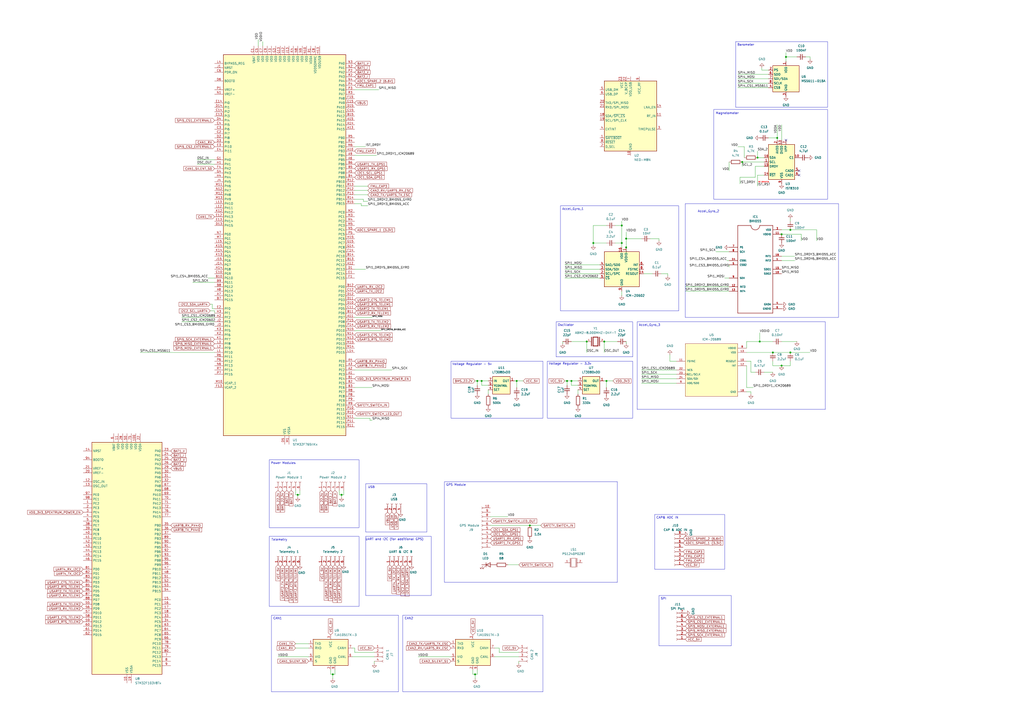
<source format=kicad_sch>
(kicad_sch (version 20250114) (generator "eeschema") (generator_version "9.0")
  (paper "A2")
  (title_block (title "STM32 Value Line Discovery - Shiled board") (date "20 oct 2012") (rev "1.0"))
  (lib_symbols
    (symbol "ABM2-8.000MHZ-D4Y-T:ABM2-8.000MHZ-D4Y-T" (pin_names (offset 1.016))
      (property "Reference" "Y" (at -5.0878 3.8159 0))
      (property "Value" "ABM2-8.000MHZ-D4Y-T" (at -5.0944 -5.0944 0))
      (symbol "ABM2-8.000MHZ-D4Y-T_0_0"
        (pin passive line (at -5.08 0 0) (length 2.54) (name "~") (number "1"))
        (pin passive line (at 5.08 0 180) (length 2.54) (name "~") (number "2"))
      )
    )
    (symbol "BMI055:BMI055" (pin_names (offset 1.016))
      (property "Reference" "IC" (at -10.1755 22.8948 0))
      (property "Value" "BMI055" (at -10.1753 -35.6135 0))
      (symbol "BMI055_0_0"
        (pin input line (at -15.24 7.62 0) (length 5.08) (name "PS") (number "7"))
        (pin input line (at -15.24 5.08 0) (length 5.08) (name "SCX") (number "8"))
        (pin input line (at -15.24 0 0) (length 5.08) (name "CSB1") (number "14"))
        (pin input line (at -15.24 -2.54 0) (length 5.08) (name "CSB2") (number "5"))
        (pin bidirectional line (at -15.24 -10.16 0) (length 5.08) (name "SDX") (number "9"))
        (pin bidirectional line (at -15.24 -15.24 0) (length 5.08) (name "INT3") (number "12"))
        (pin bidirectional line (at -15.24 -17.78 0) (length 5.08) (name "INT4") (number "13"))
        (pin power_in line (at 15.24 17.78 180) (length 5.08) (name "VDD") (number "3"))
        (pin power_in line (at 15.24 15.24 180) (length 5.08) (name "VDDIO") (number "11"))
        (pin output line (at 15.24 2.54 180) (length 5.08) (name "INT1") (number "16"))
        (pin output line (at 15.24 0 180) (length 5.08) (name "INT2") (number "1"))
        (pin output line (at 15.24 -5.08 180) (length 5.08) (name "SDO1") (number "15"))
        (pin output line (at 15.24 -7.62 180) (length 5.08) (name "SDO2") (number "10"))
        (pin passive line (at 15.24 -25.4 180) (length 5.08) (name "GNDA") (number "4"))
        (pin passive line (at 15.24 -27.94 180) (length 5.08) (name "GNDIO") (number "6"))
      )
    )
    (symbol "Connector:Conn_01x04_Socket" (pin_names (offset 1.016) (hide yes))
      (property "Reference" "J" (at 0 5.08 0))
      (property "Value" "Conn_01x04_Socket" (at 0 -7.62 0))
      (symbol "Conn_01x04_Socket_1_1"
        (pin passive line (at -5.08 2.54 0) (length 3.81) (name "Pin_1") (number "1"))
        (pin passive line (at -5.08 0 0) (length 3.81) (name "Pin_2") (number "2"))
        (pin passive line (at -5.08 -2.54 0) (length 3.81) (name "Pin_3") (number "3"))
        (pin passive line (at -5.08 -5.08 0) (length 3.81) (name "Pin_4") (number "4"))
      )
    )
    (symbol "Connector:Conn_01x06_Socket" (pin_names (offset 1.016) (hide yes))
      (property "Reference" "J" (at 0 7.62 0))
      (property "Value" "Conn_01x06_Socket" (at 0 -10.16 0))
      (symbol "Conn_01x06_Socket_1_1"
        (pin passive line (at -5.08 5.08 0) (length 3.81) (name "Pin_1") (number "1"))
        (pin passive line (at -5.08 2.54 0) (length 3.81) (name "Pin_2") (number "2"))
        (pin passive line (at -5.08 0 0) (length 3.81) (name "Pin_3") (number "3"))
        (pin passive line (at -5.08 -2.54 0) (length 3.81) (name "Pin_4") (number "4"))
        (pin passive line (at -5.08 -5.08 0) (length 3.81) (name "Pin_5") (number "5"))
        (pin passive line (at -5.08 -7.62 0) (length 3.81) (name "Pin_6") (number "6"))
      )
    )
    (symbol "Connector:Conn_01x07_Socket" (pin_names (offset 1.016) (hide yes))
      (property "Reference" "J" (at 0 10.16 0))
      (property "Value" "Conn_01x07_Socket" (at 0 -10.16 0))
      (symbol "Conn_01x07_Socket_1_1"
        (pin passive line (at -5.08 7.62 0) (length 3.81) (name "Pin_1") (number "1"))
        (pin passive line (at -5.08 5.08 0) (length 3.81) (name "Pin_2") (number "2"))
        (pin passive line (at -5.08 2.54 0) (length 3.81) (name "Pin_3") (number "3"))
        (pin passive line (at -5.08 0 0) (length 3.81) (name "Pin_4") (number "4"))
        (pin passive line (at -5.08 -2.54 0) (length 3.81) (name "Pin_5") (number "5"))
        (pin passive line (at -5.08 -5.08 0) (length 3.81) (name "Pin_6") (number "6"))
        (pin passive line (at -5.08 -7.62 0) (length 3.81) (name "Pin_7") (number "7"))
      )
    )
    (symbol "Connector:Conn_01x08_Socket" (pin_names (offset 1.016) (hide yes))
      (property "Reference" "J" (at 0 10.16 0))
      (property "Value" "Conn_01x08_Socket" (at 0 -12.7 0))
      (symbol "Conn_01x08_Socket_1_1"
        (pin passive line (at -5.08 7.62 0) (length 3.81) (name "Pin_1") (number "1"))
        (pin passive line (at -5.08 5.08 0) (length 3.81) (name "Pin_2") (number "2"))
        (pin passive line (at -5.08 2.54 0) (length 3.81) (name "Pin_3") (number "3"))
        (pin passive line (at -5.08 0 0) (length 3.81) (name "Pin_4") (number "4"))
        (pin passive line (at -5.08 -2.54 0) (length 3.81) (name "Pin_5") (number "5"))
        (pin passive line (at -5.08 -5.08 0) (length 3.81) (name "Pin_6") (number "6"))
        (pin passive line (at -5.08 -7.62 0) (length 3.81) (name "Pin_7") (number "7"))
        (pin passive line (at -5.08 -10.16 0) (length 3.81) (name "Pin_8") (number "8"))
      )
    )
    (symbol "Connector:Conn_01x10_Socket" (pin_names (offset 1.016) (hide yes))
      (property "Reference" "J" (at 0 12.7 0))
      (property "Value" "Conn_01x10_Socket" (at 0 -15.24 0))
      (symbol "Conn_01x10_Socket_1_1"
        (pin passive line (at -5.08 10.16 0) (length 3.81) (name "Pin_1") (number "1"))
        (pin passive line (at -5.08 7.62 0) (length 3.81) (name "Pin_2") (number "2"))
        (pin passive line (at -5.08 5.08 0) (length 3.81) (name "Pin_3") (number "3"))
        (pin passive line (at -5.08 2.54 0) (length 3.81) (name "Pin_4") (number "4"))
        (pin passive line (at -5.08 0 0) (length 3.81) (name "Pin_5") (number "5"))
        (pin passive line (at -5.08 -2.54 0) (length 3.81) (name "Pin_6") (number "6"))
        (pin passive line (at -5.08 -5.08 0) (length 3.81) (name "Pin_7") (number "7"))
        (pin passive line (at -5.08 -7.62 0) (length 3.81) (name "Pin_8") (number "8"))
        (pin passive line (at -5.08 -10.16 0) (length 3.81) (name "Pin_9") (number "9"))
        (pin passive line (at -5.08 -12.7 0) (length 3.81) (name "Pin_10") (number "10"))
      )
    )
    (symbol "Device:C_Small" (pin_numbers (hide yes)) (pin_names (offset 0.254) (hide yes))
      (property "Reference" "C" (at 0.254 1.778 0))
      (property "Value" "C_Small" (at 0.254 -2.032 0))
      (symbol "C_Small_1_1"
        (pin passive line (at 0 2.54 270) (length 2.032) (name "~") (number "1"))
        (pin passive line (at 0 -2.54 90) (length 2.032) (name "~") (number "2"))
      )
    )
    (symbol "Device:LED" (pin_numbers (hide yes)) (pin_names (offset 1.016) (hide yes))
      (property "Reference" "D" (at 0 2.54 0))
      (property "Value" "LED" (at 0 -2.54 0))
      (symbol "LED_1_1"
        (pin passive line (at -3.81 0 0) (length 2.54) (name "K") (number "1"))
        (pin passive line (at 3.81 0 180) (length 2.54) (name "A") (number "2"))
      )
    )
    (symbol "Device:R" (pin_numbers (hide yes)) (pin_names (offset 0))
      (property "Reference" "R" (at 2.032 0 90))
      (property "Value" "R" (at 0 0 90))
      (symbol "R_1_1"
        (pin passive line (at 0 3.81 270) (length 1.27) (name "~") (number "1"))
        (pin passive line (at 0 -3.81 90) (length 1.27) (name "~") (number "2"))
      )
    )
    (symbol "ICM-20689:ICM-20689" (pin_names (offset 1.016))
      (property "Reference" "U" (at -15.2635 15.7723 0))
      (property "Value" "ICM-20689" (at -15.265 -17.8092 0))
      (symbol "ICM-20689_0_0"
        (pin input line (at -20.32 5.08 0) (length 5.08) (name "FSYNC") (number "11"))
        (pin input line (at -20.32 0 0) (length 5.08) (name "NCS") (number "22"))
        (pin input clock (at -20.32 -2.54 0) (length 5.08) (name "SCL/SCLK") (number "23"))
        (pin bidirectional line (at -20.32 -5.08 0) (length 5.08) (name "SDA/SDI") (number "24"))
        (pin bidirectional line (at -20.32 -7.62 0) (length 5.08) (name "AD0/SDO") (number "9"))
        (pin power_in line (at 20.32 12.7 180) (length 5.08) (name "VDDIO") (number "8"))
        (pin power_in line (at 20.32 10.16 180) (length 5.08) (name "VDD") (number "13"))
        (pin output line (at 20.32 5.08 180) (length 5.08) (name "REGOUT") (number "10"))
        (pin output line (at 20.32 2.54 180) (length 5.08) (name "INT") (number "12"))
        (pin power_in line (at 20.32 -12.7 180) (length 5.08) (name "GND") (number "18"))
      )
    )
    (symbol "Interface_CAN_LIN:TJA1051TK-3" (pin_names (offset 1.016))
      (property "Reference" "U" (at -10.16 8.89 0))
      (property "Value" "TJA1051TK-3" (at 1.27 8.89 0))
      (symbol "TJA1051TK-3_1_1"
        (pin input line (at -12.7 5.08 0) (length 2.54) (name "TXD") (number "1"))
        (pin output line (at -12.7 2.54 0) (length 2.54) (name "RXD") (number "4"))
        (pin power_in line (at -12.7 -2.54 0) (length 2.54) (name "VIO") (number "5"))
        (pin input line (at -12.7 -5.08 0) (length 2.54) (name "S") (number "8"))
        (pin power_in line (at 0 10.16 270) (length 2.54) (name "VCC") (number "3"))
        (pin power_in line (at 0 -10.16 90) (length 2.54) (name "GND") (number "2"))
        (pin power_in line (at 2.54 -10.16 90) (length 2.54) (name "GND") (number "9"))
        (pin bidirectional line (at 12.7 2.54 180) (length 2.54) (name "CANH") (number "7"))
        (pin bidirectional line (at 12.7 -2.54 180) (length 2.54) (name "CANL") (number "6"))
      )
    )
    (symbol "MCU_ST_STM32F1:STM32F103V8Tx"
      (property "Reference" "U" (at -20.32 69.85 0))
      (property "Value" "STM32F103V8Tx" (at 10.16 69.85 0))
      (symbol "STM32F103V8Tx_1_1"
        (pin input line (at -25.4 63.5 0) (length 5.08) (name "NRST") (number "14"))
        (pin input line (at -25.4 58.42 0) (length 5.08) (name "BOOT0") (number "94"))
        (pin input line (at -25.4 53.34 0) (length 5.08) (name "VREF+") (number "21"))
        (pin input line (at -25.4 50.8 0) (length 5.08) (name "VREF-") (number "20"))
        (pin input line (at -25.4 45.72 0) (length 5.08) (name "OSC_IN") (number "12"))
        (pin input line (at -25.4 43.18 0) (length 5.08) (name "OSC_OUT") (number "13"))
        (pin bidirectional line (at -25.4 38.1 0) (length 5.08) (name "PE0") (number "97"))
        (pin bidirectional line (at -25.4 35.56 0) (length 5.08) (name "PE1") (number "98"))
        (pin bidirectional line (at -25.4 33.02 0) (length 5.08) (name "PE2") (number "1"))
        (pin bidirectional line (at -25.4 30.48 0) (length 5.08) (name "PE3") (number "2"))
        (pin bidirectional line (at -25.4 27.94 0) (length 5.08) (name "PE4") (number "3"))
        (pin bidirectional line (at -25.4 25.4 0) (length 5.08) (name "PE5") (number "4"))
        (pin bidirectional line (at -25.4 22.86 0) (length 5.08) (name "PE6") (number "5"))
        (pin bidirectional line (at -25.4 20.32 0) (length 5.08) (name "PE7") (number "38"))
        (pin bidirectional line (at -25.4 17.78 0) (length 5.08) (name "PE8") (number "39"))
        (pin bidirectional line (at -25.4 15.24 0) (length 5.08) (name "PE9") (number "40"))
        (pin bidirectional line (at -25.4 12.7 0) (length 5.08) (name "PE10") (number "41"))
        (pin bidirectional line (at -25.4 10.16 0) (length 5.08) (name "PE11") (number "42"))
        (pin bidirectional line (at -25.4 7.62 0) (length 5.08) (name "PE12") (number "43"))
        (pin bidirectional line (at -25.4 5.08 0) (length 5.08) (name "PE13") (number "44"))
        (pin bidirectional line (at -25.4 2.54 0) (length 5.08) (name "PE14") (number "45"))
        (pin bidirectional line (at -25.4 0 0) (length 5.08) (name "PE15") (number "46"))
        (pin bidirectional line (at -25.4 -5.08 0) (length 5.08) (name "PD0") (number "81"))
        (pin bidirectional line (at -25.4 -7.62 0) (length 5.08) (name "PD1") (number "82"))
        (pin bidirectional line (at -25.4 -10.16 0) (length 5.08) (name "PD2") (number "83"))
        (pin bidirectional line (at -25.4 -12.7 0) (length 5.08) (name "PD3") (number "84"))
        (pin bidirectional line (at -25.4 -15.24 0) (length 5.08) (name "PD4") (number "85"))
        (pin bidirectional line (at -25.4 -17.78 0) (length 5.08) (name "PD5") (number "86"))
        (pin bidirectional line (at -25.4 -20.32 0) (length 5.08) (name "PD6") (number "87"))
        (pin bidirectional line (at -25.4 -22.86 0) (length 5.08) (name "PD7") (number "88"))
        (pin bidirectional line (at -25.4 -25.4 0) (length 5.08) (name "PD8") (number "55"))
        (pin bidirectional line (at -25.4 -27.94 0) (length 5.08) (name "PD9") (number "56"))
        (pin bidirectional line (at -25.4 -30.48 0) (length 5.08) (name "PD10") (number "57"))
        (pin bidirectional line (at -25.4 -33.02 0) (length 5.08) (name "PD11") (number "58"))
        (pin bidirectional line (at -25.4 -35.56 0) (length 5.08) (name "PD12") (number "59"))
        (pin bidirectional line (at -25.4 -38.1 0) (length 5.08) (name "PD13") (number "60"))
        (pin bidirectional line (at -25.4 -40.64 0) (length 5.08) (name "PD14") (number "61"))
        (pin bidirectional line (at -25.4 -43.18 0) (length 5.08) (name "PD15") (number "62"))
        (pin no_connect line (at -20.32 -66.04 0) (length 5.08) (hide yes) (name "NC") (number "73"))
        (pin power_in line (at -7.62 73.66 270) (length 5.08) (name "VBAT") (number "6"))
        (pin power_in line (at -5.08 73.66 270) (length 5.08) (name "VDD") (number "11"))
        (pin power_in line (at -2.54 73.66 270) (length 5.08) (name "VDD") (number "28"))
        (pin power_in line (at 0 73.66 270) (length 5.08) (name "VDD") (number "50"))
        (pin power_in line (at 0 -71.12 90) (length 5.08) (name "VSS") (number "10"))
        (pin passive line (at 0 -71.12 90) (length 5.08) (hide yes) (name "VSS") (number "27"))
        (pin passive line (at 0 -71.12 90) (length 5.08) (hide yes) (name "VSS") (number "49"))
        (pin passive line (at 0 -71.12 90) (length 5.08) (hide yes) (name "VSS") (number "74"))
        (pin passive line (at 0 -71.12 90) (length 5.08) (hide yes) (name "VSS") (number "99"))
        (pin power_in line (at 2.54 73.66 270) (length 5.08) (name "VDD") (number "75"))
        (pin power_in line (at 2.54 -71.12 90) (length 5.08) (name "VSSA") (number "19"))
        (pin power_in line (at 5.08 73.66 270) (length 5.08) (name "VDD") (number "100"))
        (pin power_in line (at 7.62 73.66 270) (length 5.08) (name "VDDA") (number "22"))
        (pin bidirectional line (at 25.4 63.5 180) (length 5.08) (name "PA0") (number "23"))
        (pin bidirectional line (at 25.4 60.96 180) (length 5.08) (name "PA1") (number "24"))
        (pin bidirectional line (at 25.4 58.42 180) (length 5.08) (name "PA2") (number "25"))
        (pin bidirectional line (at 25.4 55.88 180) (length 5.08) (name "PA3") (number "26"))
        (pin bidirectional line (at 25.4 53.34 180) (length 5.08) (name "PA4") (number "29"))
        (pin bidirectional line (at 25.4 50.8 180) (length 5.08) (name "PA5") (number "30"))
        (pin bidirectional line (at 25.4 48.26 180) (length 5.08) (name "PA6") (number "31"))
        (pin bidirectional line (at 25.4 45.72 180) (length 5.08) (name "PA7") (number "32"))
        (pin bidirectional line (at 25.4 43.18 180) (length 5.08) (name "PA8") (number "67"))
        (pin bidirectional line (at 25.4 40.64 180) (length 5.08) (name "PA9") (number "68"))
        (pin bidirectional line (at 25.4 38.1 180) (length 5.08) (name "PA10") (number "69"))
        (pin bidirectional line (at 25.4 35.56 180) (length 5.08) (name "PA11") (number "70"))
        (pin bidirectional line (at 25.4 33.02 180) (length 5.08) (name "PA12") (number "71"))
        (pin bidirectional line (at 25.4 30.48 180) (length 5.08) (name "PA13") (number "72"))
        (pin bidirectional line (at 25.4 27.94 180) (length 5.08) (name "PA14") (number "76"))
        (pin bidirectional line (at 25.4 25.4 180) (length 5.08) (name "PA15") (number "77"))
        (pin bidirectional line (at 25.4 20.32 180) (length 5.08) (name "PB0") (number "35"))
        (pin bidirectional line (at 25.4 17.78 180) (length 5.08) (name "PB1") (number "36"))
        (pin bidirectional line (at 25.4 15.24 180) (length 5.08) (name "PB2") (number "37"))
        (pin bidirectional line (at 25.4 12.7 180) (length 5.08) (name "PB3") (number "89"))
        (pin bidirectional line (at 25.4 10.16 180) (length 5.08) (name "PB4") (number "90"))
        (pin bidirectional line (at 25.4 7.62 180) (length 5.08) (name "PB5") (number "91"))
        (pin bidirectional line (at 25.4 5.08 180) (length 5.08) (name "PB6") (number "92"))
        (pin bidirectional line (at 25.4 2.54 180) (length 5.08) (name "PB7") (number "93"))
        (pin bidirectional line (at 25.4 0 180) (length 5.08) (name "PB8") (number "95"))
        (pin bidirectional line (at 25.4 -2.54 180) (length 5.08) (name "PB9") (number "96"))
        (pin bidirectional line (at 25.4 -5.08 180) (length 5.08) (name "PB10") (number "47"))
        (pin bidirectional line (at 25.4 -7.62 180) (length 5.08) (name "PB11") (number "48"))
        (pin bidirectional line (at 25.4 -10.16 180) (length 5.08) (name "PB12") (number "51"))
        (pin bidirectional line (at 25.4 -12.7 180) (length 5.08) (name "PB13") (number "52"))
        (pin bidirectional line (at 25.4 -15.24 180) (length 5.08) (name "PB14") (number "53"))
        (pin bidirectional line (at 25.4 -17.78 180) (length 5.08) (name "PB15") (number "54"))
        (pin bidirectional line (at 25.4 -22.86 180) (length 5.08) (name "PC0") (number "15"))
        (pin bidirectional line (at 25.4 -25.4 180) (length 5.08) (name "PC1") (number "16"))
        (pin bidirectional line (at 25.4 -27.94 180) (length 5.08) (name "PC2") (number "17"))
        (pin bidirectional line (at 25.4 -30.48 180) (length 5.08) (name "PC3") (number "18"))
        (pin bidirectional line (at 25.4 -33.02 180) (length 5.08) (name "PC4") (number "33"))
        (pin bidirectional line (at 25.4 -35.56 180) (length 5.08) (name "PC5") (number "34"))
        (pin bidirectional line (at 25.4 -38.1 180) (length 5.08) (name "PC6") (number "63"))
        (pin bidirectional line (at 25.4 -40.64 180) (length 5.08) (name "PC7") (number "64"))
        (pin bidirectional line (at 25.4 -43.18 180) (length 5.08) (name "PC8") (number "65"))
        (pin bidirectional line (at 25.4 -45.72 180) (length 5.08) (name "PC9") (number "66"))
        (pin bidirectional line (at 25.4 -48.26 180) (length 5.08) (name "PC10") (number "78"))
        (pin bidirectional line (at 25.4 -50.8 180) (length 5.08) (name "PC11") (number "79"))
        (pin bidirectional line (at 25.4 -53.34 180) (length 5.08) (name "PC12") (number "80"))
        (pin bidirectional line (at 25.4 -55.88 180) (length 5.08) (name "PC13") (number "7"))
        (pin bidirectional line (at 25.4 -58.42 180) (length 5.08) (name "PC14") (number "8"))
        (pin bidirectional line (at 25.4 -60.96 180) (length 5.08) (name "PC15") (number "9"))
      )
    )
    (symbol "MCU_ST_STM32F7:STM32F765IIKx"
      (property "Reference" "U" (at -35.56 113.03 0))
      (property "Value" "STM32F765IIKx" (at 22.86 113.03 0))
      (symbol "STM32F765IIKx_1_1"
        (pin input line (at -40.64 106.68 0) (length 5.08) (name "BYPASS_REG") (number "L4"))
        (pin input line (at -40.64 104.14 0) (length 5.08) (name "NRST") (number "J1"))
        (pin input line (at -40.64 101.6 0) (length 5.08) (name "PDR_ON") (number "C6"))
        (pin input line (at -40.64 96.52 0) (length 5.08) (name "BOOT0") (number "D6"))
        (pin input line (at -40.64 91.44 0) (length 5.08) (name "VREF+") (number "P1"))
        (pin input line (at -40.64 88.9 0) (length 5.08) (name "VREF-") (number "N1"))
        (pin bidirectional line (at -40.64 83.82 0) (length 5.08) (name "PI0") (number "E14"))
        (pin bidirectional line (at -40.64 81.28 0) (length 5.08) (name "PI1") (number "D14"))
        (pin bidirectional line (at -40.64 78.74 0) (length 5.08) (name "PI2") (number "C14"))
        (pin bidirectional line (at -40.64 76.2 0) (length 5.08) (name "PI3") (number "C13"))
        (pin bidirectional line (at -40.64 73.66 0) (length 5.08) (name "PI4") (number "D4"))
        (pin bidirectional line (at -40.64 71.12 0) (length 5.08) (name "PI5") (number "C4"))
        (pin bidirectional line (at -40.64 68.58 0) (length 5.08) (name "PI6") (number "C3"))
        (pin bidirectional line (at -40.64 66.04 0) (length 5.08) (name "PI7") (number "C2"))
        (pin bidirectional line (at -40.64 63.5 0) (length 5.08) (name "PI8") (number "D2"))
        (pin bidirectional line (at -40.64 60.96 0) (length 5.08) (name "PI9") (number "D3"))
        (pin bidirectional line (at -40.64 58.42 0) (length 5.08) (name "PI10") (number "E3"))
        (pin bidirectional line (at -40.64 55.88 0) (length 5.08) (name "PI11") (number "E4"))
        (pin bidirectional line (at -40.64 50.8 0) (length 5.08) (name "PH0") (number "G1"))
        (pin bidirectional line (at -40.64 48.26 0) (length 5.08) (name "PH1") (number "H1"))
        (pin bidirectional line (at -40.64 45.72 0) (length 5.08) (name "PH2") (number "F4"))
        (pin bidirectional line (at -40.64 43.18 0) (length 5.08) (name "PH3") (number "G4"))
        (pin bidirectional line (at -40.64 40.64 0) (length 5.08) (name "PH4") (number "H4"))
        (pin bidirectional line (at -40.64 38.1 0) (length 5.08) (name "PH5") (number "J4"))
        (pin bidirectional line (at -40.64 35.56 0) (length 5.08) (name "PH6") (number "M11"))
        (pin bidirectional line (at -40.64 33.02 0) (length 5.08) (name "PH7") (number "N12"))
        (pin bidirectional line (at -40.64 30.48 0) (length 5.08) (name "PH8") (number "M12"))
        (pin bidirectional line (at -40.64 27.94 0) (length 5.08) (name "PH9") (number "M13"))
        (pin bidirectional line (at -40.64 25.4 0) (length 5.08) (name "PH10") (number "L13"))
        (pin bidirectional line (at -40.64 22.86 0) (length 5.08) (name "PH11") (number "L12"))
        (pin bidirectional line (at -40.64 20.32 0) (length 5.08) (name "PH12") (number "K12"))
        (pin bidirectional line (at -40.64 17.78 0) (length 5.08) (name "PH13") (number "E12"))
        (pin bidirectional line (at -40.64 15.24 0) (length 5.08) (name "PH14") (number "E13"))
        (pin bidirectional line (at -40.64 12.7 0) (length 5.08) (name "PH15") (number "D13"))
        (pin bidirectional line (at -40.64 7.62 0) (length 5.08) (name "PG0") (number "N7"))
        (pin bidirectional line (at -40.64 5.08 0) (length 5.08) (name "PG1") (number "M7"))
        (pin bidirectional line (at -40.64 2.54 0) (length 5.08) (name "PG2") (number "L15"))
        (pin bidirectional line (at -40.64 0 0) (length 5.08) (name "PG3") (number "K15"))
        (pin bidirectional line (at -40.64 -2.54 0) (length 5.08) (name "PG4") (number "K14"))
        (pin bidirectional line (at -40.64 -5.08 0) (length 5.08) (name "PG5") (number "K13"))
        (pin bidirectional line (at -40.64 -7.62 0) (length 5.08) (name "PG6") (number "J15"))
        (pin bidirectional line (at -40.64 -10.16 0) (length 5.08) (name "PG7") (number "J14"))
        (pin bidirectional line (at -40.64 -12.7 0) (length 5.08) (name "PG8") (number "H14"))
        (pin bidirectional line (at -40.64 -15.24 0) (length 5.08) (name "PG9") (number "C10"))
        (pin bidirectional line (at -40.64 -17.78 0) (length 5.08) (name "PG10") (number "B10"))
        (pin bidirectional line (at -40.64 -20.32 0) (length 5.08) (name "PG11") (number "B9"))
        (pin bidirectional line (at -40.64 -22.86 0) (length 5.08) (name "PG12") (number "B8"))
        (pin bidirectional line (at -40.64 -25.4 0) (length 5.08) (name "PG13") (number "A8"))
        (pin bidirectional line (at -40.64 -27.94 0) (length 5.08) (name "PG14") (number "A7"))
        (pin bidirectional line (at -40.64 -30.48 0) (length 5.08) (name "PG15") (number "B7"))
        (pin bidirectional line (at -40.64 -35.56 0) (length 5.08) (name "PF0") (number "E2"))
        (pin bidirectional line (at -40.64 -38.1 0) (length 5.08) (name "PF1") (number "H3"))
        (pin bidirectional line (at -40.64 -40.64 0) (length 5.08) (name "PF2") (number "H2"))
        (pin bidirectional line (at -40.64 -43.18 0) (length 5.08) (name "PF3") (number "J2"))
        (pin bidirectional line (at -40.64 -45.72 0) (length 5.08) (name "PF4") (number "J3"))
        (pin bidirectional line (at -40.64 -48.26 0) (length 5.08) (name "PF5") (number "K3"))
        (pin bidirectional line (at -40.64 -50.8 0) (length 5.08) (name "PF6") (number "K2"))
        (pin bidirectional line (at -40.64 -53.34 0) (length 5.08) (name "PF7") (number "K1"))
        (pin bidirectional line (at -40.64 -55.88 0) (length 5.08) (name "PF8") (number "L3"))
        (pin bidirectional line (at -40.64 -58.42 0) (length 5.08) (name "PF9") (number "L2"))
        (pin bidirectional line (at -40.64 -60.96 0) (length 5.08) (name "PF10") (number "L1"))
        (pin bidirectional line (at -40.64 -63.5 0) (length 5.08) (name "PF11") (number "R6"))
        (pin bidirectional line (at -40.64 -66.04 0) (length 5.08) (name "PF12") (number "P6"))
        (pin bidirectional line (at -40.64 -68.58 0) (length 5.08) (name "PF13") (number "N6"))
        (pin bidirectional line (at -40.64 -71.12 0) (length 5.08) (name "PF14") (number "R7"))
        (pin bidirectional line (at -40.64 -73.66 0) (length 5.08) (name "PF15") (number "P7"))
        (pin power_out line (at -40.64 -78.74 0) (length 5.08) (name "VCAP_1") (number "M10"))
        (pin power_out line (at -40.64 -81.28 0) (length 5.08) (name "VCAP_2") (number "F13"))
        (pin power_in line (at -17.78 116.84 270) (length 5.08) (name "VBAT") (number "C1"))
        (pin power_in line (at -15.24 116.84 270) (length 5.08) (name "VDD") (number "C5"))
        (pin power_in line (at -12.7 116.84 270) (length 5.08) (name "VDD") (number "C7"))
        (pin power_in line (at -10.16 116.84 270) (length 5.08) (name "VDD") (number "C9"))
        (pin power_in line (at -7.62 116.84 270) (length 5.08) (name "VDD") (number "F3"))
        (pin power_in line (at -5.08 116.84 270) (length 5.08) (name "VDD") (number "G3"))
        (pin power_in line (at -2.54 116.84 270) (length 5.08) (name "VDD") (number "G13"))
        (pin power_in line (at 0 116.84 270) (length 5.08) (name "VDD") (number "J12"))
        (pin power_in line (at 0 -114.3 90) (length 5.08) (name "VSS") (number "D5"))
        (pin passive line (at 0 -114.3 90) (length 5.08) (hide yes) (name "VSS") (number "D7"))
        (pin passive line (at 0 -114.3 90) (length 5.08) (hide yes) (name "VSS") (number "D8"))
        (pin passive line (at 0 -114.3 90) (length 5.08) (hide yes) (name "VSS") (number "D9"))
        (pin passive line (at 0 -114.3 90) (length 5.08) (hide yes) (name "VSS") (number "F10"))
        (pin passive line (at 0 -114.3 90) (length 5.08) (hide yes) (name "VSS") (number "F12"))
        (pin passive line (at 0 -114.3 90) (length 5.08) (hide yes) (name "VSS") (number "F2"))
        (pin passive line (at 0 -114.3 90) (length 5.08) (hide yes) (name "VSS") (number "F6"))
        (pin passive line (at 0 -114.3 90) (length 5.08) (hide yes) (name "VSS") (number "F7"))
        (pin passive line (at 0 -114.3 90) (length 5.08) (hide yes) (name "VSS") (number "F8"))
        (pin passive line (at 0 -114.3 90) (length 5.08) (hide yes) (name "VSS") (number "F9"))
        (pin passive line (at 0 -114.3 90) (length 5.08) (hide yes) (name "VSS") (number "G10"))
        (pin passive line (at 0 -114.3 90) (length 5.08) (hide yes) (name "VSS") (number "G12"))
        (pin passive line (at 0 -114.3 90) (length 5.08) (hide yes) (name "VSS") (number "G2"))
        (pin passive line (at 0 -114.3 90) (length 5.08) (hide yes) (name "VSS") (number "G6"))
        (pin passive line (at 0 -114.3 90) (length 5.08) (hide yes) (name "VSS") (number "G7"))
        (pin passive line (at 0 -114.3 90) (length 5.08) (hide yes) (name "VSS") (number "G8"))
        (pin passive line (at 0 -114.3 90) (length 5.08) (hide yes) (name "VSS") (number "G9"))
        (pin passive line (at 0 -114.3 90) (length 5.08) (hide yes) (name "VSS") (number "H10"))
        (pin passive line (at 0 -114.3 90) (length 5.08) (hide yes) (name "VSS") (number "H12"))
        (pin passive line (at 0 -114.3 90) (length 5.08) (hide yes) (name "VSS") (number "H6"))
        (pin passive line (at 0 -114.3 90) (length 5.08) (hide yes) (name "VSS") (number "H7"))
        (pin passive line (at 0 -114.3 90) (length 5.08) (hide yes) (name "VSS") (number "H8"))
        (pin passive line (at 0 -114.3 90) (length 5.08) (hide yes) (name "VSS") (number "H9"))
        (pin passive line (at 0 -114.3 90) (length 5.08) (hide yes) (name "VSS") (number "J10"))
        (pin passive line (at 0 -114.3 90) (length 5.08) (hide yes) (name "VSS") (number "J6"))
        (pin passive line (at 0 -114.3 90) (length 5.08) (hide yes) (name "VSS") (number "J7"))
        (pin passive line (at 0 -114.3 90) (length 5.08) (hide yes) (name "VSS") (number "J8"))
        (pin passive line (at 0 -114.3 90) (length 5.08) (hide yes) (name "VSS") (number "J9"))
        (pin passive line (at 0 -114.3 90) (length 5.08) (hide yes) (name "VSS") (number "K10"))
        (pin passive line (at 0 -114.3 90) (length 5.08) (hide yes) (name "VSS") (number "K6"))
        (pin passive line (at 0 -114.3 90) (length 5.08) (hide yes) (name "VSS") (number "K7"))
        (pin passive line (at 0 -114.3 90) (length 5.08) (hide yes) (name "VSS") (number "K8"))
        (pin passive line (at 0 -114.3 90) (length 5.08) (hide yes) (name "VSS") (number "K9"))
        (pin passive line (at 0 -114.3 90) (length 5.08) (hide yes) (name "VSS") (number "M8"))
        (pin passive line (at 0 -114.3 90) (length 5.08) (hide yes) (name "VSS") (number "M9"))
        (pin power_in line (at 2.54 116.84 270) (length 5.08) (name "VDD") (number "J13"))
        (pin power_in line (at 2.54 -114.3 90) (length 5.08) (name "VSSA") (number "M1"))
        (pin power_in line (at 5.08 116.84 270) (length 5.08) (name "VDD") (number "K4"))
        (pin power_in line (at 7.62 116.84 270) (length 5.08) (name "VDD") (number "N8"))
        (pin power_in line (at 10.16 116.84 270) (length 5.08) (name "VDD") (number "N9"))
        (pin power_in line (at 12.7 116.84 270) (length 5.08) (name "VDD") (number "N10"))
        (pin power_in line (at 15.24 116.84 270) (length 5.08) (name "VDDA") (number "R1"))
        (pin power_in line (at 17.78 116.84 270) (length 5.08) (name "VDDSDMMC") (number "C8"))
        (pin power_in line (at 20.32 116.84 270) (length 5.08) (name "VDDUSB") (number "H13"))
        (pin bidirectional line (at 40.64 106.68 180) (length 5.08) (name "PA0") (number "N3"))
        (pin bidirectional line (at 40.64 104.14 180) (length 5.08) (name "PA1") (number "N2"))
        (pin bidirectional line (at 40.64 101.6 180) (length 5.08) (name "PA2") (number "P2"))
        (pin bidirectional line (at 40.64 99.06 180) (length 5.08) (name "PA3") (number "R2"))
        (pin bidirectional line (at 40.64 96.52 180) (length 5.08) (name "PA4") (number "N4"))
        (pin bidirectional line (at 40.64 93.98 180) (length 5.08) (name "PA5") (number "P4"))
        (pin bidirectional line (at 40.64 91.44 180) (length 5.08) (name "PA6") (number "P3"))
        (pin bidirectional line (at 40.64 88.9 180) (length 5.08) (name "PA7") (number "R3"))
        (pin bidirectional line (at 40.64 86.36 180) (length 5.08) (name "PA8") (number "F15"))
        (pin bidirectional line (at 40.64 83.82 180) (length 5.08) (name "PA9") (number "E15"))
        (pin bidirectional line (at 40.64 81.28 180) (length 5.08) (name "PA10") (number "D15"))
        (pin bidirectional line (at 40.64 78.74 180) (length 5.08) (name "PA11") (number "C15"))
        (pin bidirectional line (at 40.64 76.2 180) (length 5.08) (name "PA12") (number "B15"))
        (pin bidirectional line (at 40.64 73.66 180) (length 5.08) (name "PA13") (number "A15"))
        (pin bidirectional line (at 40.64 71.12 180) (length 5.08) (name "PA14") (number "A14"))
        (pin bidirectional line (at 40.64 68.58 180) (length 5.08) (name "PA15") (number "A13"))
        (pin bidirectional line (at 40.64 63.5 180) (length 5.08) (name "PB0") (number "R5"))
        (pin bidirectional line (at 40.64 60.96 180) (length 5.08) (name "PB1") (number "R4"))
        (pin bidirectional line (at 40.64 58.42 180) (length 5.08) (name "PB2") (number "M6"))
        (pin bidirectional line (at 40.64 55.88 180) (length 5.08) (name "PB3") (number "A10"))
        (pin bidirectional line (at 40.64 53.34 180) (length 5.08) (name "PB4") (number "A9"))
        (pin bidirectional line (at 40.64 50.8 180) (length 5.08) (name "PB5") (number "A6"))
        (pin bidirectional line (at 40.64 48.26 180) (length 5.08) (name "PB6") (number "B6"))
        (pin bidirectional line (at 40.64 45.72 180) (length 5.08) (name "PB7") (number "B5"))
        (pin bidirectional line (at 40.64 43.18 180) (length 5.08) (name "PB8") (number "A5"))
        (pin bidirectional line (at 40.64 40.64 180) (length 5.08) (name "PB9") (number "B4"))
        (pin bidirectional line (at 40.64 38.1 180) (length 5.08) (name "PB10") (number "R12"))
        (pin bidirectional line (at 40.64 35.56 180) (length 5.08) (name "PB11") (number "R13"))
        (pin bidirectional line (at 40.64 33.02 180) (length 5.08) (name "PB12") (number "P12"))
        (pin bidirectional line (at 40.64 30.48 180) (length 5.08) (name "PB13") (number "P13"))
        (pin bidirectional line (at 40.64 27.94 180) (length 5.08) (name "PB14") (number "R14"))
        (pin bidirectional line (at 40.64 25.4 180) (length 5.08) (name "PB15") (number "R15"))
        (pin bidirectional line (at 40.64 20.32 180) (length 5.08) (name "PC0") (number "M2"))
        (pin bidirectional line (at 40.64 17.78 180) (length 5.08) (name "PC1") (number "M3"))
        (pin bidirectional line (at 40.64 15.24 180) (length 5.08) (name "PC2") (number "M4"))
        (pin bidirectional line (at 40.64 12.7 180) (length 5.08) (name "PC3") (number "M5"))
        (pin bidirectional line (at 40.64 10.16 180) (length 5.08) (name "PC4") (number "N5"))
        (pin bidirectional line (at 40.64 7.62 180) (length 5.08) (name "PC5") (number "P5"))
        (pin bidirectional line (at 40.64 5.08 180) (length 5.08) (name "PC6") (number "H15"))
        (pin bidirectional line (at 40.64 2.54 180) (length 5.08) (name "PC7") (number "G15"))
        (pin bidirectional line (at 40.64 0 180) (length 5.08) (name "PC8") (number "G14"))
        (pin bidirectional line (at 40.64 -2.54 180) (length 5.08) (name "PC9") (number "F14"))
        (pin bidirectional line (at 40.64 -5.08 180) (length 5.08) (name "PC10") (number "B14"))
        (pin bidirectional line (at 40.64 -7.62 180) (length 5.08) (name "PC11") (number "B13"))
        (pin bidirectional line (at 40.64 -10.16 180) (length 5.08) (name "PC12") (number "A12"))
        (pin bidirectional line (at 40.64 -12.7 180) (length 5.08) (name "PC13") (number "D1"))
        (pin bidirectional line (at 40.64 -15.24 180) (length 5.08) (name "PC14") (number "E1"))
        (pin bidirectional line (at 40.64 -17.78 180) (length 5.08) (name "PC15") (number "F1"))
        (pin bidirectional line (at 40.64 -22.86 180) (length 5.08) (name "PD0") (number "B12"))
        (pin bidirectional line (at 40.64 -25.4 180) (length 5.08) (name "PD1") (number "C12"))
        (pin bidirectional line (at 40.64 -27.94 180) (length 5.08) (name "PD2") (number "D12"))
        (pin bidirectional line (at 40.64 -30.48 180) (length 5.08) (name "PD3") (number "D11"))
        (pin bidirectional line (at 40.64 -33.02 180) (length 5.08) (name "PD4") (number "D10"))
        (pin bidirectional line (at 40.64 -35.56 180) (length 5.08) (name "PD5") (number "C11"))
        (pin bidirectional line (at 40.64 -38.1 180) (length 5.08) (name "PD6") (number "B11"))
        (pin bidirectional line (at 40.64 -40.64 180) (length 5.08) (name "PD7") (number "A11"))
        (pin bidirectional line (at 40.64 -43.18 180) (length 5.08) (name "PD8") (number "P15"))
        (pin bidirectional line (at 40.64 -45.72 180) (length 5.08) (name "PD9") (number "P14"))
        (pin bidirectional line (at 40.64 -48.26 180) (length 5.08) (name "PD10") (number "N15"))
        (pin bidirectional line (at 40.64 -50.8 180) (length 5.08) (name "PD11") (number "N14"))
        (pin bidirectional line (at 40.64 -53.34 180) (length 5.08) (name "PD12") (number "N13"))
        (pin bidirectional line (at 40.64 -55.88 180) (length 5.08) (name "PD13") (number "M15"))
        (pin bidirectional line (at 40.64 -58.42 180) (length 5.08) (name "PD14") (number "M14"))
        (pin bidirectional line (at 40.64 -60.96 180) (length 5.08) (name "PD15") (number "L14"))
        (pin bidirectional line (at 40.64 -66.04 180) (length 5.08) (name "PE0") (number "A4"))
        (pin bidirectional line (at 40.64 -68.58 180) (length 5.08) (name "PE1") (number "A3"))
        (pin bidirectional line (at 40.64 -71.12 180) (length 5.08) (name "PE2") (number "A2"))
        (pin bidirectional line (at 40.64 -73.66 180) (length 5.08) (name "PE3") (number "A1"))
        (pin bidirectional line (at 40.64 -76.2 180) (length 5.08) (name "PE4") (number "B1"))
        (pin bidirectional line (at 40.64 -78.74 180) (length 5.08) (name "PE5") (number "B2"))
        (pin bidirectional line (at 40.64 -81.28 180) (length 5.08) (name "PE6") (number "B3"))
        (pin bidirectional line (at 40.64 -83.82 180) (length 5.08) (name "PE7") (number "R8"))
        (pin bidirectional line (at 40.64 -86.36 180) (length 5.08) (name "PE8") (number "P8"))
        (pin bidirectional line (at 40.64 -88.9 180) (length 5.08) (name "PE9") (number "P9"))
        (pin bidirectional line (at 40.64 -91.44 180) (length 5.08) (name "PE10") (number "R9"))
        (pin bidirectional line (at 40.64 -93.98 180) (length 5.08) (name "PE11") (number "P10"))
        (pin bidirectional line (at 40.64 -96.52 180) (length 5.08) (name "PE12") (number "R10"))
        (pin bidirectional line (at 40.64 -99.06 180) (length 5.08) (name "PE13") (number "N11"))
        (pin bidirectional line (at 40.64 -101.6 180) (length 5.08) (name "PE14") (number "P11"))
        (pin bidirectional line (at 40.64 -104.14 180) (length 5.08) (name "PE15") (number "R11"))
      )
    )
    (symbol "PS1240P02BT:PS1240P02BT" (pin_names (offset 1.016))
      (property "Reference" "LS" (at -3.81 3.81 0))
      (property "Value" "PS1240P02BT" (at -3.81 -5.08 0))
      (symbol "PS1240P02BT_0_0"
        (pin passive line (at -5.08 0 0) (length 2.54) (name "~") (number "1"))
        (pin passive line (at 5.08 0 180) (length 2.54) (name "~") (number "2"))
      )
    )
    (symbol "RF_GPS:NEO-M8N"
      (property "Reference" "U" (at -13.97 21.59 0))
      (property "Value" "NEO-M8N" (at 11.43 21.59 0))
      (symbol "NEO-M8N_1_1"
        (pin bidirectional line (at -17.78 15.24 0) (length 2.54) (name "USB_DM") (number "5"))
        (pin bidirectional line (at -17.78 12.7 0) (length 2.54) (name "USB_DP") (number "6"))
        (pin output line (at -17.78 7.62 0) (length 2.54) (name "TXD/SPI_MISO") (number "20"))
        (pin input line (at -17.78 5.08 0) (length 2.54) (name "RXD/SPI_MOSI") (number "21"))
        (pin bidirectional line (at -17.78 0 0) (length 2.54) (name "SDA/~{SPI_CS}") (number "18"))
        (pin input line (at -17.78 -2.54 0) (length 2.54) (name "SCL/SPI_CLK") (number "19"))
        (pin input line (at -17.78 -7.62 0) (length 2.54) (name "EXTINT") (number "4"))
        (pin input line (at -17.78 -12.7 0) (length 2.54) (name "~{SAFEBOOT}") (number "1"))
        (pin input line (at -17.78 -15.24 0) (length 2.54) (name "~{RESET}") (number "8"))
        (pin input line (at -17.78 -17.78 0) (length 2.54) (name "D_SEL") (number "2"))
        (pin power_in line (at -5.08 22.86 270) (length 2.54) (name "VCC") (number "23"))
        (pin power_in line (at -2.54 22.86 270) (length 2.54) (name "V_BCKP") (number "22"))
        (pin power_in line (at 0 22.86 270) (length 2.54) (name "VDD_USB") (number "7"))
        (pin power_in line (at 0 -22.86 90) (length 2.54) (name "GND") (number "10"))
        (pin passive line (at 0 -22.86 90) (length 2.54) (hide yes) (name "GND") (number "12"))
        (pin passive line (at 0 -22.86 90) (length 2.54) (hide yes) (name "GND") (number "13"))
        (pin passive line (at 0 -22.86 90) (length 2.54) (hide yes) (name "GND") (number "24"))
        (pin power_out line (at 5.08 22.86 270) (length 2.54) (name "VCC_RF") (number "9"))
        (pin no_connect line (at 15.24 -10.16 180) (length 2.54) (hide yes) (name "RESERVED") (number "15"))
        (pin no_connect line (at 15.24 -12.7 180) (length 2.54) (hide yes) (name "RESERVED") (number "16"))
        (pin no_connect line (at 15.24 -15.24 180) (length 2.54) (hide yes) (name "RESERVED") (number "17"))
        (pin output line (at 17.78 5.08 180) (length 2.54) (name "LNA_EN") (number "14"))
        (pin input line (at 17.78 0 180) (length 2.54) (name "RF_IN") (number "11"))
        (pin output line (at 17.78 -7.62 180) (length 2.54) (name "TIMEPULSE") (number "3"))
      )
    )
    (symbol "Regulator_Linear:LT3080xDD"
      (property "Reference" "U" (at -4.445 6.35 0))
      (property "Value" "LT3080xDD" (at 10.16 6.35 0))
      (symbol "LT3080xDD_1_1"
        (pin power_in line (at -7.62 2.54 0) (length 2.54) (name "IN") (number "7"))
        (pin passive line (at -7.62 2.54 0) (length 2.54) (hide yes) (name "IN") (number "8"))
        (pin input line (at -7.62 0 0) (length 2.54) (name "V_{CONTROL}") (number "5"))
        (pin input line (at -7.62 -2.54 0) (length 2.54) (name "SET") (number "4"))
        (pin no_connect line (at 5.08 -2.54 180) (length 2.54) (hide yes) (name "NC") (number "6"))
        (pin power_out line (at 7.62 2.54 180) (length 2.54) (name "OUT") (number "1"))
        (pin passive line (at 7.62 2.54 180) (length 2.54) (hide yes) (name "OUT") (number "2"))
        (pin passive line (at 7.62 2.54 180) (length 2.54) (hide yes) (name "OUT") (number "3"))
        (pin passive line (at 7.62 2.54 180) (length 2.54) (hide yes) (name "OUT") (number "9"))
      )
    )
    (symbol "Sensor_Magnetic:IST8310"
      (property "Reference" "U" (at -7.62 11.43 0))
      (property "Value" "IST8310" (at 10.16 11.43 0))
      (symbol "IST8310_1_1"
        (pin bidirectional line (at -10.16 2.54 0) (length 2.54) (name "SDA") (number "16"))
        (pin input line (at -10.16 0 0) (length 2.54) (name "SCL") (number "1"))
        (pin output line (at -10.16 -2.54 0) (length 2.54) (name "DRDY") (number "15"))
        (pin input line (at -10.16 -7.62 0) (length 2.54) (name "~{RST}") (number "14"))
        (pin no_connect line (at -7.62 7.62 0) (length 2.54) (hide yes) (name "NC") (number "3"))
        (pin no_connect line (at -7.62 5.08 0) (length 2.54) (hide yes) (name "NC") (number "4"))
        (pin power_in line (at -2.54 12.7 270) (length 2.54) (name "AVDD") (number "2"))
        (pin power_in line (at 0 12.7 270) (length 2.54) (name "DVDD") (number "13"))
        (pin passive line (at 0 -12.7 90) (length 2.54) (hide yes) (name "VSS") (number "11"))
        (pin power_in line (at 0 -12.7 90) (length 2.54) (name "VSS") (number "9"))
        (pin passive line (at 2.54 12.7 270) (length 2.54) (name "VPP") (number "7"))
        (pin no_connect line (at 7.62 7.62 180) (length 2.54) (hide yes) (name "NC") (number "12"))
        (pin no_connect line (at 7.62 5.08 180) (length 2.54) (hide yes) (name "NC") (number "8"))
        (pin passive line (at 10.16 2.54 180) (length 2.54) (name "C1") (number "10"))
        (pin input line (at 10.16 -5.08 180) (length 2.54) (name "CAD0") (number "5"))
        (pin input line (at 10.16 -7.62 180) (length 2.54) (name "CAD1") (number "6"))
      )
    )
    (symbol "Sensor_Motion:ICM-20602"
      (property "Reference" "U" (at -10.16 11.43 0))
      (property "Value" "ICM-20602" (at 10.16 11.43 0))
      (symbol "ICM-20602_1_1"
        (pin bidirectional line (at -12.7 2.54 0) (length 2.54) (name "SAO/SD0") (number "4"))
        (pin bidirectional line (at -12.7 0 0) (length 2.54) (name "SDA/SDI") (number "3"))
        (pin input line (at -12.7 -2.54 0) (length 2.54) (name "SCL/SPC") (number "2"))
        (pin input line (at -12.7 -5.08 0) (length 2.54) (name "~{CS}") (number "5"))
        (pin no_connect line (at -10.16 5.08 0) (length 2.54) (hide yes) (name "RESV") (number "7"))
        (pin power_in line (at 0 12.7 270) (length 2.54) (name "VDD") (number "16"))
        (pin passive line (at 0 -12.7 90) (length 2.54) (hide yes) (name "GND") (number "10"))
        (pin passive line (at 0 -12.7 90) (length 2.54) (hide yes) (name "GND") (number "11"))
        (pin passive line (at 0 -12.7 90) (length 2.54) (hide yes) (name "GND") (number "12"))
        (pin passive line (at 0 -12.7 90) (length 2.54) (hide yes) (name "GND") (number "13"))
        (pin passive line (at 0 -12.7 90) (length 2.54) (hide yes) (name "GND") (number "15"))
        (pin power_in line (at 0 -12.7 90) (length 2.54) (name "GND") (number "9"))
        (pin power_in line (at 2.54 12.7 270) (length 2.54) (name "VDDIO") (number "1"))
        (pin output line (at 12.7 2.54 180) (length 2.54) (name "INT") (number "6"))
        (pin input line (at 12.7 0 180) (length 2.54) (name "FSYNC") (number "8"))
        (pin passive line (at 12.7 -2.54 180) (length 2.54) (name "REGOUT") (number "14"))
      )
    )
    (symbol "Sensor_Pressure:MS5611-01BA"
      (property "Reference" "U" (at -6.35 8.89 0))
      (property "Value" "MS5611-01BA" (at 7.62 8.89 0))
      (symbol "MS5611-01BA_1_1"
        (pin input line (at -10.16 5.08 0) (length 2.54) (name "PS") (number "2"))
        (pin output line (at -10.16 2.54 0) (length 2.54) (name "SDO") (number "6"))
        (pin bidirectional line (at -10.16 0 0) (length 2.54) (name "SDI/SDA") (number "7"))
        (pin input line (at -10.16 -2.54 0) (length 2.54) (name "SCLK") (number "8"))
        (pin input line (at -10.16 -5.08 0) (length 2.54) (name "CSB") (number "4"))
        (pin input line (at -10.16 -5.08 0) (length 2.54) (hide yes) (name "CSB") (number "5"))
        (pin power_in line (at 0 10.16 270) (length 2.54) (name "VDD") (number "1"))
        (pin power_in line (at 0 -10.16 90) (length 2.54) (name "GND") (number "3"))
      )
    )
    (symbol "power:GND" (power) (pin_numbers (hide yes)) (pin_names (offset 0) (hide yes))
      (property "Value" "GND" (at 0 -3.81 0))
      (symbol "GND_1_1"
        (pin power_in line (at 0 0 270) (length 0) (name "~") (number "1"))
      )
    )
  )
  (rectangle (start 397.51 118.11) (end 486.41 184.15))
  (rectangle (start 156.21 311.15) (end 208.28 351.79))
  (rectangle (start 317.5 209.55) (end 367.03 242.57))
  (rectangle (start 156.21 266.7) (end 208.28 306.07))
  (rectangle (start 417.83 64.77) (end 417.83 64.77))
  (rectangle (start 212.09 280.67) (end 247.65 308.61))
  (rectangle (start 261.62 209.55) (end 314.96 242.57))
  (rectangle (start 212.09 311.15) (end 250.19 345.44))
  (rectangle (start 414.02 63.5) (end 480.06 115.57))
  (text "Voltage Regulator - 5v" (at 273.812 211.328 0) (effects (font (size 1.27 1.27))))
  (text "Magnetometer" (at 421.894 65.786 0) (effects (font (size 1.27 1.27))))
  (text "NOT CONNECTED" (at 442.976 105.664 0) (effects (font (size 0.508 0.508))))
  (text "Voltage Regulator - 3.3v" (at 330.708 211.074 0) (effects (font (size 1.27 1.27))))
  (text "UART and I2C (for additional GPS)" (at 228.854 312.928 0) (effects (font (size 1.27 1.27))))
  (text "USB" (at 215.392 282.702 0) (effects (font (size 1.27 1.27))))
  (text "Telemetry" (at 162.052 313.182 0) (effects (font (size 1.27 1.27))))
  (text "Power Modules" (at 164.338 268.732 0) (effects (font (size 1.27 1.27))))
  (text "Accel_Gyro_2" (at 410.972 122.682 0) (effects (font (size 1.27 1.27))))
  (text_box "CAN2\n" (at 233.68 356.87 0) (size 81.28 44.45) (margins 0.9525 0.9525 0.9525 0.9525) (effects (font (size 1.27 1.27)) (justify left top)))
  (text_box "SPI\n" (at 382.27 345.44 0) (size 41.91 29.21) (margins 0.9525 0.9525 0.9525 0.9525) (effects (font (size 1.27 1.27)) (justify left top)))
  (text_box "CAP& ADC IN\n" (at 379.73 298.45 0) (size 40.64 31.75) (margins 0.9525 0.9525 0.9525 0.9525) (effects (font (size 1.27 1.27)) (justify left top)))
  (text_box "GPS Module" (at 257.81 279.4 0) (size 100.33 58.42) (margins 0.9525 0.9525 0.9525 0.9525) (effects (font (size 1.27 1.27)) (justify left top)))
  (text_box "CAN1" (at 157.48 356.87 0) (size 73.66 44.45) (margins 0.9525 0.9525 0.9525 0.9525) (effects (font (size 1.27 1.27)) (justify left top)))
  (text_box "Accel_Gyro_3\n" (at 369.57 186.69 0) (size 109.22 50.8) (margins 0.9525 0.9525 0.9525 0.9525) (effects (font (size 1.27 1.27)) (justify left top)))
  (text_box "Oscillator\n" (at 322.58 186.69 0) (size 44.45 20.32) (margins 0.9525 0.9525 0.9525 0.9525) (effects (font (size 1.27 1.27)) (justify left top)))
  (text_box "Accel_Gyro_1\n" (at 325.12 119.38 0) (size 68.58 60.96) (margins 0.9525 0.9525 0.9525 0.9525) (effects (font (size 1.27 1.27)) (justify left top)))
  (text_box "Barometer\n" (at 426.72 24.13 0) (size 53.34 38.1) (margins 0.9525 0.9525 0.9525 0.9525) (effects (font (size 1.27 1.27)) (justify left top)))
  (junction (at 275.59 391.16))
  (junction (at 331.47 220.98))
  (junction (at 450.85 80.01))
  (junction (at 448.31 204.47))
  (junction (at 344.17 140.97))
  (junction (at 453.39 135.89))
  (junction (at 307.34 304.8))
  (junction (at 198.12 287.02))
  (junction (at 276.86 220.98))
  (junction (at 439.42 91.44))
  (junction (at 193.04 391.16))
  (junction (at 363.22 138.43))
  (junction (at 430.53 93.98))
  (junction (at 299.72 220.98))
  (junction (at 351.79 220.98))
  (junction (at 455.93 33.02))
  (junction (at 279.4 220.98))
  (junction (at 363.22 143.51))
  (junction (at 458.47 133.35))
  (junction (at 458.47 204.47))
  (junction (at 440.69 198.12))
  (junction (at 453.39 212.09))
  (junction (at 350.52 198.12))
  (junction (at 360.68 140.97))
  (junction (at 172.72 287.02))
  (junction (at 340.36 198.12))
  (junction (at 328.93 220.98))
  (junction (at 360.68 130.81))
  (no_connect (at 463.55 101.6))
  (no_connect (at 463.55 99.06))
  (no_connect (at 455.93 81.28))
  (wire (pts (xy 276.86 220.98) (xy 276.86 223.52)))
  (wire (pts (xy 453.39 148.59) (xy 461.01 148.59)))
  (wire (pts (xy 427.99 45.72) (xy 445.77 45.72)))
  (wire (pts (xy 194.31 391.16) (xy 193.04 391.16)))
  (wire (pts (xy 351.79 220.98) (xy 350.52 220.98)))
  (wire (pts (xy 363.22 199.39) (xy 363.22 198.12)))
  (wire (pts (xy 377.19 138.43) (xy 382.27 138.43)))
  (wire (pts (xy 351.79 130.81) (xy 344.17 130.81)))
  (wire (pts (xy 204.47 381) (xy 217.17 381)))
  (wire (pts (xy 431.8 91.44) (xy 431.8 85.09)))
  (wire (pts (xy 205.74 85.09) (xy 212.09 85.09)))
  (wire (pts (xy 209.55 119.38) (xy 209.55 118.11)))
  (wire (pts (xy 172.72 287.02) (xy 172.72 288.29)))
  (wire (pts (xy 205.74 110.49) (xy 213.36 110.49)))
  (wire (pts (xy 193.04 393.7) (xy 193.04 391.16)))
  (wire (pts (xy 213.36 107.95) (xy 205.74 107.95)))
  (wire (pts (xy 397.51 168.91) (xy 422.91 168.91)))
  (wire (pts (xy 439.42 101.6) (xy 439.42 107.95)))
  (wire (pts (xy 210.82 116.84) (xy 210.82 115.57)))
  (wire (pts (xy 363.22 138.43) (xy 363.22 143.51)))
  (wire (pts (xy 214.63 243.84) (xy 215.9 243.84)))
  (wire (pts (xy 198.12 287.02) (xy 198.12 288.29)))
  (wire (pts (xy 198.12 287.02) (xy 199.39 287.02)))
  (wire (pts (xy 363.22 134.62) (xy 363.22 138.43)))
  (wire (pts (xy 205.74 378.46) (xy 205.74 375.92)))
  (wire (pts (xy 344.17 130.81) (xy 344.17 140.97)))
  (wire (pts (xy 307.34 304.8) (xy 284.48 304.8)))
  (wire (pts (xy 279.4 220.98) (xy 283.21 220.98)))
  (wire (pts (xy 363.22 147.32) (xy 363.22 143.51)))
  (wire (pts (xy 443.23 215.9) (xy 448.31 215.9)))
  (wire (pts (xy 173.99 287.02) (xy 172.72 287.02)))
  (wire (pts (xy 275.59 393.7) (xy 275.59 391.16)))
  (wire (pts (xy 453.39 151.13) (xy 461.01 151.13)))
  (wire (pts (xy 194.31 388.62) (xy 194.31 391.16)))
  (wire (pts (xy 205.74 191.77) (xy 220.98 191.77)))
  (wire (pts (xy 111.76 163.83) (xy 124.46 163.83)))
  (wire (pts (xy 275.59 220.98) (xy 276.86 220.98)))
  (wire (pts (xy 439.42 101.6) (xy 443.23 101.6)))
  (wire (pts (xy 274.32 391.16) (xy 275.59 391.16)))
  (wire (pts (xy 464.82 135.89) (xy 453.39 135.89)))
  (wire (pts (xy 205.74 113.03) (xy 213.36 113.03)))
  (wire (pts (xy 433.07 198.12) (xy 433.07 201.93)))
  (wire (pts (xy 209.55 119.38) (xy 213.36 119.38)))
  (wire (pts (xy 450.85 72.39) (xy 450.85 80.01)))
  (wire (pts (xy 469.9 33.02) (xy 467.36 33.02)))
  (wire (pts (xy 327.66 161.29) (xy 347.98 161.29)))
  (wire (pts (xy 205.74 224.79) (xy 215.9 224.79)))
  (wire (pts (xy 430.53 93.98) (xy 443.23 93.98)))
  (wire (pts (xy 445.77 80.01) (xy 450.85 80.01)))
  (wire (pts (xy 300.99 384.81) (xy 300.99 383.54)))
  (wire (pts (xy 360.68 140.97) (xy 360.68 143.51)))
  (wire (pts (xy 289.56 378.46) (xy 300.99 378.46)))
  (wire (pts (xy 289.56 375.92) (xy 289.56 378.46)))
  (wire (pts (xy 283.21 226.06) (xy 283.21 228.6)))
  (wire (pts (xy 344.17 140.97) (xy 351.79 140.97)))
  (wire (pts (xy 360.68 130.81) (xy 360.68 140.97)))
  (wire (pts (xy 439.42 87.63) (xy 439.42 91.44)))
  (wire (pts (xy 328.93 220.98) (xy 328.93 223.52)))
  (wire (pts (xy 114.3 92.71) (xy 124.46 92.71)))
  (wire (pts (xy 121.92 180.34) (xy 124.46 180.34)))
  (wire (pts (xy 356.87 140.97) (xy 360.68 140.97)))
  (wire (pts (xy 440.69 198.12) (xy 440.69 193.04)))
  (wire (pts (xy 433.07 224.79) (xy 436.88 224.79)))
  (wire (pts (xy 427.99 48.26) (xy 445.77 48.26)))
  (wire (pts (xy 121.92 176.53) (xy 123.19 176.53)))
  (wire (pts (xy 294.64 327.66) (xy 300.99 327.66)))
  (wire (pts (xy 440.69 198.12) (xy 448.31 198.12)))
  (wire (pts (xy 149.86 22.86) (xy 149.86 26.67)))
  (wire (pts (xy 328.93 220.98) (xy 331.47 220.98)))
  (wire (pts (xy 344.17 140.97) (xy 344.17 142.24)))
  (wire (pts (xy 171.45 373.38) (xy 179.07 373.38)))
  (wire (pts (xy 340.36 198.12) (xy 340.36 204.47)))
  (wire (pts (xy 372.11 217.17) (xy 392.43 217.17)))
  (wire (pts (xy 105.41 184.15) (xy 124.46 184.15)))
  (wire (pts (xy 114.3 95.25) (xy 124.46 95.25)))
  (wire (pts (xy 326.39 199.39) (xy 326.39 198.12)))
  (wire (pts (xy 422.91 154.94) (xy 422.91 153.67)))
  (wire (pts (xy 427.99 43.18) (xy 445.77 43.18)))
  (wire (pts (xy 204.47 375.92) (xy 205.74 375.92)))
  (wire (pts (xy 453.39 133.35) (xy 458.47 133.35)))
  (wire (pts (xy 435.61 227.33) (xy 433.07 227.33)))
  (wire (pts (xy 191.77 388.62) (xy 191.77 391.16)))
  (wire (pts (xy 458.47 128.27) (xy 458.47 127)))
  (wire (pts (xy 458.47 212.09) (xy 453.39 212.09)))
  (wire (pts (xy 422.91 93.98) (xy 422.91 99.06)))
  (wire (pts (xy 214.63 242.57) (xy 205.74 242.57)))
  (wire (pts (xy 81.28 204.47) (xy 124.46 204.47)))
  (wire (pts (xy 458.47 204.47) (xy 469.9 204.47)))
  (wire (pts (xy 327.66 156.21) (xy 347.98 156.21)))
  (wire (pts (xy 284.48 299.72) (xy 294.64 299.72)))
  (wire (pts (xy 350.52 198.12) (xy 350.52 204.47)))
  (wire (pts (xy 435.61 215.9) (xy 435.61 209.55)))
  (wire (pts (xy 450.85 80.01) (xy 450.85 81.28)))
  (wire (pts (xy 372.11 214.63) (xy 392.43 214.63)))
  (wire (pts (xy 124.46 180.34) (xy 124.46 181.61)))
  (wire (pts (xy 210.82 116.84) (xy 213.36 116.84)))
  (wire (pts (xy 287.02 381) (xy 300.99 381)))
  (wire (pts (xy 276.86 388.62) (xy 276.86 391.16)))
  (wire (pts (xy 303.53 220.98) (xy 299.72 220.98)))
  (wire (pts (xy 173.99 284.48) (xy 173.99 287.02)))
  (wire (pts (xy 397.51 166.37) (xy 422.91 166.37)))
  (wire (pts (xy 387.35 158.75) (xy 383.54 158.75)))
  (wire (pts (xy 327.66 158.75) (xy 347.98 158.75)))
  (wire (pts (xy 276.86 391.16) (xy 275.59 391.16)))
  (wire (pts (xy 455.93 33.02) (xy 455.93 35.56)))
  (wire (pts (xy 464.82 139.7) (xy 464.82 135.89)))
  (wire (pts (xy 373.38 158.75) (xy 378.46 158.75)))
  (wire (pts (xy 279.4 220.98) (xy 279.4 223.52)))
  (wire (pts (xy 360.68 168.91) (xy 360.68 171.45)))
  (wire (pts (xy 205.74 378.46) (xy 217.17 378.46)))
  (wire (pts (xy 453.39 212.09) (xy 448.31 212.09)))
  (wire (pts (xy 218.44 90.17) (xy 205.74 90.17)))
  (wire (pts (xy 415.29 146.05) (xy 422.91 146.05)))
  (wire (pts (xy 279.4 223.52) (xy 283.21 223.52)))
  (wire (pts (xy 287.02 375.92) (xy 289.56 375.92)))
  (wire (pts (xy 217.17 384.81) (xy 217.17 383.54)))
  (wire (pts (xy 274.32 388.62) (xy 274.32 391.16)))
  (wire (pts (xy 350.52 198.12) (xy 358.14 198.12)))
  (wire (pts (xy 388.62 209.55) (xy 388.62 205.74)))
  (wire (pts (xy 453.39 72.39) (xy 453.39 81.28)))
  (wire (pts (xy 327.66 220.98) (xy 328.93 220.98)))
  (wire (pts (xy 435.61 215.9) (xy 438.15 215.9)))
  (wire (pts (xy 387.35 160.02) (xy 387.35 158.75)))
  (wire (pts (xy 327.66 153.67) (xy 347.98 153.67)))
  (wire (pts (xy 458.47 133.35) (xy 473.71 133.35)))
  (wire (pts (xy 438.15 96.52) (xy 438.15 102.87)))
  (wire (pts (xy 382.27 138.43) (xy 382.27 139.7)))
  (wire (pts (xy 445.77 50.8) (xy 427.99 50.8)))
  (wire (pts (xy 331.47 220.98) (xy 331.47 223.52)))
  (wire (pts (xy 421.64 151.13) (xy 422.91 151.13)))
  (wire (pts (xy 210.82 115.57) (xy 205.74 115.57)))
  (wire (pts (xy 427.99 85.09) (xy 431.8 85.09)))
  (wire (pts (xy 161.29 381) (xy 179.07 381)))
  (wire (pts (xy 331.47 223.52) (xy 335.28 223.52)))
  (wire (pts (xy 448.31 204.47) (xy 458.47 204.47)))
  (wire (pts (xy 433.07 204.47) (xy 448.31 204.47)))
  (wire (pts (xy 448.31 212.09) (xy 448.31 209.55)))
  (wire (pts (xy 123.19 176.53) (xy 123.19 179.07)))
  (wire (pts (xy 430.53 93.98) (xy 430.53 96.52)))
  (wire (pts (xy 171.45 284.48) (xy 171.45 287.02)))
  (wire (pts (xy 299.72 220.98) (xy 298.45 220.98)))
  (wire (pts (xy 196.85 287.02) (xy 198.12 287.02)))
  (wire (pts (xy 219.71 52.07) (xy 205.74 52.07)))
  (wire (pts (xy 441.96 40.64) (xy 441.96 39.37)))
  (wire (pts (xy 455.93 30.48) (xy 455.93 33.02)))
  (wire (pts (xy 438.15 102.87) (xy 429.26 102.87)))
  (wire (pts (xy 196.85 284.48) (xy 196.85 287.02)))
  (wire (pts (xy 360.68 128.27) (xy 360.68 130.81)))
  (wire (pts (xy 299.72 220.98) (xy 299.72 224.79)))
  (wire (pts (xy 473.71 133.35) (xy 473.71 139.7)))
  (wire (pts (xy 363.22 138.43) (xy 372.11 138.43)))
  (wire (pts (xy 435.61 228.6) (xy 435.61 227.33)))
  (wire (pts (xy 356.87 130.81) (xy 360.68 130.81)))
  (wire (pts (xy 105.41 186.69) (xy 124.46 186.69)))
  (wire (pts (xy 205.74 156.21) (xy 212.09 156.21)))
  (wire (pts (xy 443.23 96.52) (xy 438.15 96.52)))
  (wire (pts (xy 242.57 381) (xy 261.62 381)))
  (wire (pts (xy 123.19 179.07) (xy 124.46 179.07)))
  (wire (pts (xy 433.07 198.12) (xy 440.69 198.12)))
  (wire (pts (xy 420.37 161.29) (xy 422.91 161.29)))
  (wire (pts (xy 171.45 287.02) (xy 172.72 287.02)))
  (wire (pts (xy 458.47 209.55) (xy 458.47 212.09)))
  (wire (pts (xy 335.28 226.06) (xy 335.28 228.6)))
  (wire (pts (xy 469.9 33.02) (xy 469.9 34.29)))
  (wire (pts (xy 355.6 220.98) (xy 351.79 220.98)))
  (wire (pts (xy 276.86 220.98) (xy 279.4 220.98)))
  (wire (pts (xy 429.26 102.87) (xy 429.26 106.68)))
  (wire (pts (xy 331.47 198.12) (xy 340.36 198.12)))
  (wire (pts (xy 214.63 243.84) (xy 214.63 242.57)))
  (wire (pts (xy 392.43 209.55) (xy 388.62 209.55)))
  (wire (pts (xy 439.42 91.44) (xy 443.23 91.44)))
  (wire (pts (xy 171.45 375.92) (xy 179.07 375.92)))
  (wire (pts (xy 331.47 220.98) (xy 335.28 220.98)))
  (wire (pts (xy 191.77 391.16) (xy 193.04 391.16)))
  (wire (pts (xy 199.39 287.02) (xy 199.39 284.48)))
  (wire (pts (xy 209.55 118.11) (xy 205.74 118.11)))
  (wire (pts (xy 205.74 214.63) (xy 227.33 214.63)))
  (wire (pts (xy 152.4 24.13) (xy 152.4 26.67)))
  (wire (pts (xy 215.9 184.15) (xy 205.74 184.15)))
  (wire (pts (xy 435.61 209.55) (xy 433.07 209.55)))
  (wire (pts (xy 441.96 40.64) (xy 445.77 40.64)))
  (wire (pts (xy 313.69 304.8) (xy 307.34 304.8)))
  (wire (pts (xy 351.79 220.98) (xy 351.79 224.79)))
  (wire (pts (xy 372.11 219.71) (xy 392.43 219.71)))
  (wire (pts (xy 462.28 33.02) (xy 455.93 33.02)))
  (wire (pts (xy 372.11 222.25) (xy 392.43 222.25)))
  (wire (pts (xy 453.39 198.12) (xy 462.28 198.12)))
  (wire (pts (xy 433.07 212.09) (xy 433.07 224.79)))
  (wire (pts (xy 120.65 161.29) (xy 124.46 161.29)))
  (label "VDDIO" (at 363.22 134.62 0))
  (label "SPI1_DRDY6_BMI055_ACC" (at 220.98 191.77 0) (effects (font (size 0.762 0.762))))
  (label "SPI1_DRDY3_BMI055_ACC" (at 461.01 148.59 0))
  (label "SPI4_CS1_MS5611" (at 81.28 204.47 0))
  (label "OSC_IN" (at 114.3 92.71 0))
  (label "SPI1_DRDY1_ICM20689" (at 218.44 90.17 0))
  (label "SDA_2" (at 439.42 87.63 0))
  (label "SPI4_MOSI" (at 215.9 224.79 0))
  (label "SPI1_MISO" (at 453.39 158.75 0))
  (label "SPI1_CS3_BMI055_GYRO" (at 124.46 189.23 180))
  (label "VDDA" (at 450.85 72.39 270))
  (label "SPI4_SCK" (at 227.33 214.63 0))
  (label "SPI1_SCK" (at 327.66 158.75 0))
  (label "SPI1_DRDY6_BMI055_ACC" (at 461.01 151.13 0))
  (label "SPI1_CS3_BMI055_GYRO" (at 422.91 154.94 180))
  (label "SPI4_SCK" (at 427.99 48.26 0))
  (label "OSC_OUT" (at 350.52 204.47 0))
  (label "SPI1_DRDY1_ICM20689" (at 436.88 224.79 0))
  (label "VDD" (at 469.9 204.47 0))
  (label "SPI1_DRDY2_BMI055_GYRO" (at 397.51 166.37 0))
  (label "VDD" (at 453.39 72.39 270))
  (label "SPI1_MISO" (at 219.71 52.07 0))
  (label "SPI4_MISO" (at 427.99 43.18 0))
  (label "IST_DRDY" (at 429.26 106.68 0))
  (label "SPI1_MISO" (at 327.66 156.21 0))
  (label "IST_DRDY" (at 212.09 85.09 0))
  (label "VDD" (at 294.64 299.72 0))
  (label "SPI1_SCK" (at 415.29 146.05 180))
  (label "SPI4_MOSI" (at 427.99 45.72 0))
  (label "SPI1_MISO" (at 453.39 156.21 0))
  (label "SPI1_CS2_ICM20602" (at 327.66 161.29 0))
  (label "SPI4_MISO" (at 215.9 243.84 0))
  (label "SPI1_CS1_ICM20689" (at 372.11 214.63 0))
  (label "SPI1_SCK" (at 111.76 163.83 0))
  (label "SPI1_CS4_BMI055_ACC" (at 421.64 151.13 180))
  (label "VDDIO" (at 161.29 381 0))
  (label "SPI1_MOSI" (at 327.66 153.67 0))
  (label "VDDIO" (at 152.4 24.13 90))
  (label "SPI4_CS1_MS5611" (at 427.99 50.8 0))
  (label "VDDIO" (at 242.57 381 0))
  (label "SPI1_MOSI" (at 372.11 222.25 0))
  (label "VDD" (at 464.82 139.7 0))
  (label "SPI1_MOSI" (at 420.37 161.29 180))
  (label "IST_RST" (at 439.42 107.95 0))
  (label "VDD" (at 455.93 30.48 0))
  (label "SPI1_SCK" (at 372.11 217.17 0))
  (label "VDD" (at 360.68 128.27 0))
  (label "SPI1_CS4_BMI055_ACC" (at 120.65 161.29 180))
  (label "VDD" (at 149.86 22.86 90))
  (label "SPI1_CS2_ICM20602" (at 105.41 186.69 0))
  (label "VDD" (at 473.71 139.7 0))
  (label "VDDIO" (at 440.69 193.04 0))
  (label "SPI1_MISO" (at 372.11 219.71 0))
  (label "VDD" (at 422.91 99.06 180))
  (label "SPI1_DRDY5_BMI055_GYRO" (at 212.09 156.21 0))
  (label "OSC_OUT" (at 114.3 95.25 0))
  (label "SPI1_DRDY3_BMI055_ACC" (at 213.36 119.38 0))
  (label "SPI1_CS1_ICM20689" (at 105.41 184.15 0))
  (label "SPI1_DRDY5_BMI055_GYRO" (at 397.51 168.91 0))
  (label "SPI1_DRDY2_BMI055_GYRO" (at 213.36 116.84 0))
  (label "SPI1_MOSI" (at 215.9 184.15 0) (effects (font (size 0.762 0.762))))
  (label "SCL_2" (at 430.53 96.52 0))
  (label "VDD" (at 427.99 85.09 180))
  (label "OSC_IN" (at 340.36 204.47 0))
  (global_label "CAN1_RX" (shape input) (at 171.45 375.92 180) (property "Intersheetrefs" "${INTERSHEET_REFS}" (effects (hide yes))))
  (global_label "BAT1_I" (shape input) (at 99.06 264.16 0) (property "Intersheetrefs" "${INTERSHEET_REFS}" (effects (hide yes))))
  (global_label "USART3_RTS_TELEM2" (shape input) (at 205.74 196.85 0) (property "Intersheetrefs" "${INTERSHEET_REFS}" (effects (hide yes))))
  (global_label "SPI5_SCK_EXTERNAL1" (shape input) (at 124.46 196.85 180) (property "Intersheetrefs" "${INTERSHEET_REFS}" (effects (hide yes))))
  (global_label "VBUS" (shape input) (at 205.74 59.69 0) (property "Intersheetrefs" "${INTERSHEET_REFS}" (effects (hide yes))))
  (global_label "USART1_RX_GPS1" (shape input) (at 284.48 312.42 0) (property "Intersheetrefs" "${INTERSHEET_REFS}" (effects (hide yes))))
  (global_label "CAN2_TX{slash}UART5_TX_ESC" (shape input) (at 213.36 113.03 0) (property "Intersheetrefs" "${INTERSHEET_REFS}" (effects (hide yes))))
  (global_label "USART3_RTS_TELEM2" (shape input) (at 48.26 360.68 180) (property "Intersheetrefs" "${INTERSHEET_REFS}" (effects (hide yes))))
  (global_label "USART2_TX_TELEM1" (shape input) (at 205.74 179.07 0) (property "Intersheetrefs" "${INTERSHEET_REFS}" (effects (hide yes))))
  (global_label "USART3_RX_TELEM2" (shape input) (at 48.26 353.06 180) (property "Intersheetrefs" "${INTERSHEET_REFS}" (effects (hide yes))))
  (global_label "BAT2_V" (shape input) (at 99.06 266.7 0) (property "Intersheetrefs" "${INTERSHEET_REFS}" (effects (hide yes))))
  (global_label "UART4_RX_I2C2" (shape input) (at 48.26 330.2 180) (property "Intersheetrefs" "${INTERSHEET_REFS}" (effects (hide yes))))
  (global_label "BMS_22.2V" (shape input) (at 189.23 284.48 270) (property "Intersheetrefs" "${INTERSHEET_REFS}" (effects (hide yes))))
  (global_label "BAT2_I" (shape input) (at 191.77 284.48 270) (property "Intersheetrefs" "${INTERSHEET_REFS}" (effects (hide yes))))
  (global_label "USART1_TX_GPS1" (shape input) (at 284.48 314.96 0) (property "Intersheetrefs" "${INTERSHEET_REFS}" (effects (hide yes))))
  (global_label "CAN2_TX{slash}UART5_TX_ESC" (shape input) (at 261.62 373.38 180) (property "Intersheetrefs" "${INTERSHEET_REFS}" (effects (hide yes))))
  (global_label "ADC1_SPARE_2 (6.6V)" (shape input) (at 205.74 46.99 0) (property "Intersheetrefs" "${INTERSHEET_REFS}" (effects (hide yes))))
  (global_label "USART3_RX_TELEM2" (shape input) (at 191.77 327.66 270) (property "Intersheetrefs" "${INTERSHEET_REFS}" (effects (hide yes))))
  (global_label "I2C2_SDA_UART4" (shape input) (at 121.92 176.53 180) (property "Intersheetrefs" "${INTERSHEET_REFS}" (effects (hide yes))))
  (global_label "ADC1_SPARE_1 (3.3V)" (shape input) (at 396.24 314.96 0) (property "Intersheetrefs" "${INTERSHEET_REFS}" (effects (hide yes))))
  (global_label "I2C2_SCL_UART4" (shape input) (at 233.68 327.66 270) (property "Intersheetrefs" "${INTERSHEET_REFS}" (effects (hide yes))))
  (global_label "BAT2_I" (shape input) (at 99.06 269.24 0) (property "Intersheetrefs" "${INTERSHEET_REFS}" (effects (hide yes))))
  (global_label "USART2_CTS_TELEM1" (shape input) (at 48.26 337.82 180) (property "Intersheetrefs" "${INTERSHEET_REFS}" (effects (hide yes))))
  (global_label "VCC_5V" (shape input) (at 396.24 327.66 0) (property "Intersheetrefs" "${INTERSHEET_REFS}" (effects (hide yes))))
  (global_label "nSAFETY_SWITCH_LED_OUT" (shape input) (at 284.48 302.26 0) (property "Intersheetrefs" "${INTERSHEET_REFS}" (effects (hide yes))))
  (global_label "SAFETY_SWITCH_IN" (shape input) (at 300.99 327.66 0) (property "Intersheetrefs" "${INTERSHEET_REFS}" (effects (hide yes))))
  (global_label "VCC_5V" (shape input) (at 226.06 327.66 270) (property "Intersheetrefs" "${INTERSHEET_REFS}" (effects (hide yes))))
  (global_label "VCC_5V" (shape input) (at 274.32 368.3 90) (property "Intersheetrefs" "${INTERSHEET_REFS}" (effects (hide yes))))
  (global_label "UART4_TX_I2C2" (shape input) (at 205.74 168.91 0) (property "Intersheetrefs" "${INTERSHEET_REFS}" (effects (hide yes))))
  (global_label "USART3_TX_TELEM2" (shape input) (at 48.26 350.52 180) (property "Intersheetrefs" "${INTERSHEET_REFS}" (effects (hide yes))))
  (global_label "BMS_22.2V" (shape input) (at 275.59 220.98 180) (property "Intersheetrefs" "${INTERSHEET_REFS}" (effects (hide yes))))
  (global_label "VCC_5V" (shape input) (at 217.17 375.92 180) (property "Intersheetrefs" "${INTERSHEET_REFS}" (effects (hide yes))))
  (global_label "CAN1_RX" (shape input) (at 124.46 82.55 180) (property "Intersheetrefs" "${INTERSHEET_REFS}" (effects (hide yes))))
  (global_label "USART2_TX_TELEM1" (shape input) (at 163.83 327.66 270) (property "Intersheetrefs" "${INTERSHEET_REFS}" (effects (hide yes))))
  (global_label "USART2_RX_TELEM1" (shape input) (at 205.74 181.61 0) (property "Intersheetrefs" "${INTERSHEET_REFS}" (effects (hide yes))))
  (global_label "UART8_TX_PX4IO" (shape input) (at 99.06 307.34 0) (property "Intersheetrefs" "${INTERSHEET_REFS}" (effects (hide yes))))
  (global_label "BAT2_I" (shape input) (at 205.74 44.45 0) (property "Intersheetrefs" "${INTERSHEET_REFS}" (effects (hide yes))))
  (global_label "BAT2_V" (shape input) (at 194.31 284.48 270) (property "Intersheetrefs" "${INTERSHEET_REFS}" (effects (hide yes))))
  (global_label "USART3_CTS_TELEM2" (shape input) (at 48.26 358.14 180) (property "Intersheetrefs" "${INTERSHEET_REFS}" (effects (hide yes))))
  (global_label "USART2_RTS_TELEM1" (shape input) (at 48.26 340.36 180) (property "Intersheetrefs" "${INTERSHEET_REFS}" (effects (hide yes))))
  (global_label "VDD_3V3_SPEKTRUM_POWER_EN" (shape input) (at 48.26 297.18 180) (property "Intersheetrefs" "${INTERSHEET_REFS}" (effects (hide yes))))
  (global_label "USART3_TX_TELEM2" (shape input) (at 189.23 327.66 270) (property "Intersheetrefs" "${INTERSHEET_REFS}" (effects (hide yes))))
  (global_label "ADC1_SPARE_1 (3.3V)" (shape input) (at 205.74 133.35 0) (property "Intersheetrefs" "${INTERSHEET_REFS}" (effects (hide yes))))
  (global_label "USART2_CTS_TELEM1" (shape input) (at 205.74 173.99 0) (property "Intersheetrefs" "${INTERSHEET_REFS}" (effects (hide yes))))
  (global_label "VCC_5V" (shape input) (at 191.77 368.3 90) (property "Intersheetrefs" "${INTERSHEET_REFS}" (effects (hide yes))))
  (global_label "UART4_TX_I2C2" (shape input) (at 48.26 332.74 180) (property "Intersheetrefs" "${INTERSHEET_REFS}" (effects (hide yes))))
  (global_label "SPI5_CS2_EXTERNAL1" (shape input) (at 397.51 358.14 0) (property "Intersheetrefs" "${INTERSHEET_REFS}" (effects (hide yes))))
  (global_label "UART8_RX_PX4IO" (shape input) (at 205.74 209.55 0) (property "Intersheetrefs" "${INTERSHEET_REFS}" (effects (hide yes))))
  (global_label "BMS_22.2V" (shape input) (at 163.83 284.48 270) (property "Intersheetrefs" "${INTERSHEET_REFS}" (effects (hide yes))))
  (global_label "CAN2_RX{slash}UART5_RX_ESC" (shape input) (at 213.36 110.49 0) (property "Intersheetrefs" "${INTERSHEET_REFS}" (effects (hide yes))))
  (global_label "CAN1_SILENT_S0" (shape input) (at 124.46 97.79 180) (property "Intersheetrefs" "${INTERSHEET_REFS}" (effects (hide yes))))
  (global_label "SAFETY_SWITCH_IN" (shape input) (at 313.69 304.8 0) (property "Intersheetrefs" "${INTERSHEET_REFS}" (effects (hide yes))))
  (global_label "UART8_TX_PX4IO" (shape input) (at 205.74 212.09 0) (property "Intersheetrefs" "${INTERSHEET_REFS}" (effects (hide yes))))
  (global_label "VDD_3V3" (shape input) (at 355.6 220.98 0) (property "Intersheetrefs" "${INTERSHEET_REFS}" (effects (hide yes))))
  (global_label "USART3_CTS_TELEM2" (shape input) (at 205.74 194.31 0) (property "Intersheetrefs" "${INTERSHEET_REFS}" (effects (hide yes))))
  (global_label "VCC_5V" (shape input) (at 327.66 220.98 180) (property "Intersheetrefs" "${INTERSHEET_REFS}" (effects (hide yes))))
  (global_label "SPI5_MOSI_EXTERNAL1" (shape input) (at 124.46 201.93 180) (property "Intersheetrefs" "${INTERSHEET_REFS}" (effects (hide yes))))
  (global_label "BAT1_I" (shape input) (at 166.37 284.48 270) (property "Intersheetrefs" "${INTERSHEET_REFS}" (effects (hide yes))))
  (global_label "I2C2_SDA_UART4" (shape input) (at 236.22 327.66 270) (property "Intersheetrefs" "${INTERSHEET_REFS}" (effects (hide yes))))
  (global_label "FMU_CAP2" (shape input) (at 396.24 322.58 0) (property "Intersheetrefs" "${INTERSHEET_REFS}" (effects (hide yes))))
  (global_label "BAT1_I" (shape input) (at 205.74 39.37 0) (property "Intersheetrefs" "${INTERSHEET_REFS}" (effects (hide yes))))
  (global_label "USART3_RX_TELEM2" (shape input) (at 205.74 189.23 0) (property "Intersheetrefs" "${INTERSHEET_REFS}" (effects (hide yes))))
  (global_label "I2C1_SCL_GPS1" (shape input) (at 284.48 309.88 0) (property "Intersheetrefs" "${INTERSHEET_REFS}" (effects (hide yes))))
  (global_label "BAT2_V" (shape input) (at 205.74 41.91 0) (property "Intersheetrefs" "${INTERSHEET_REFS}" (effects (hide yes))))
  (global_label "SPI5_MISO_EXTERNAL1" (shape input) (at 124.46 199.39 180) (property "Intersheetrefs" "${INTERSHEET_REFS}" (effects (hide yes))))
  (global_label "USART2_RX_TELEM1" (shape input) (at 48.26 345.44 180) (property "Intersheetrefs" "${INTERSHEET_REFS}" (effects (hide yes))))
  (global_label "CAN1_TX" (shape input) (at 171.45 373.38 180) (property "Intersheetrefs" "${INTERSHEET_REFS}" (effects (hide yes))))
  (global_label "FMU_CAP3" (shape input) (at 396.24 320.04 0) (property "Intersheetrefs" "${INTERSHEET_REFS}" (effects (hide yes))))
  (global_label "FMU_CAP3" (shape input) (at 213.36 107.95 0) (property "Intersheetrefs" "${INTERSHEET_REFS}" (effects (hide yes))))
  (global_label "UART4_RX_I2C2" (shape input) (at 231.14 327.66 270) (property "Intersheetrefs" "${INTERSHEET_REFS}" (effects (hide yes))))
  (global_label "SPI5_CS1_EXTERNAL1" (shape input) (at 124.46 69.85 180) (property "Intersheetrefs" "${INTERSHEET_REFS}" (effects (hide yes))))
  (global_label "BAT1_V" (shape input) (at 205.74 36.83 0) (property "Intersheetrefs" "${INTERSHEET_REFS}" (effects (hide yes))))
  (global_label "USART3_CTS_TELEM2" (shape input) (at 194.31 327.66 270) (property "Intersheetrefs" "${INTERSHEET_REFS}" (effects (hide yes))))
  (global_label "BAT1_V" (shape input) (at 168.91 284.48 270) (property "Intersheetrefs" "${INTERSHEET_REFS}" (effects (hide yes))))
  (global_label "I2C2_SCL_UART4" (shape input) (at 121.92 180.34 180) (property "Intersheetrefs" "${INTERSHEET_REFS}" (effects (hide yes))))
  (global_label "SPI5_SCK_EXTERNAL1" (shape input) (at 397.51 368.3 0) (property "Intersheetrefs" "${INTERSHEET_REFS}" (effects (hide yes))))
  (global_label "VCC_5V" (shape input) (at 303.53 220.98 0) (property "Intersheetrefs" "${INTERSHEET_REFS}" (effects (hide yes))))
  (global_label "USART2_TX_TELEM1" (shape input) (at 48.26 342.9 180) (property "Intersheetrefs" "${INTERSHEET_REFS}" (effects (hide yes))))
  (global_label "BMS_22.2V" (shape input) (at 161.29 284.48 270) (property "Intersheetrefs" "${INTERSHEET_REFS}" (effects (hide yes))))
  (global_label "VDD_3V3_SPEKTRUM_POWER_EN" (shape input) (at 205.74 219.71 0) (property "Intersheetrefs" "${INTERSHEET_REFS}" (effects (hide yes))))
  (global_label "I2C1_SCL_GPS1" (shape input) (at 205.74 100.33 0) (property "Intersheetrefs" "${INTERSHEET_REFS}" (effects (hide yes))))
  (global_label "USART1_TX_GPS1" (shape input) (at 205.74 95.25 0) (property "Intersheetrefs" "${INTERSHEET_REFS}" (effects (hide yes))))
  (global_label "USB_DM" (shape input) (at 227.33 297.18 270) (property "Intersheetrefs" "${INTERSHEET_REFS}" (effects (hide yes))))
  (global_label "FMU_CAP1" (shape input) (at 205.74 49.53 0) (property "Intersheetrefs" "${INTERSHEET_REFS}" (effects (hide yes))))
  (global_label "USART1_RX_GPS1" (shape input) (at 205.74 97.79 0) (property "Intersheetrefs" "${INTERSHEET_REFS}" (effects (hide yes))))
  (global_label "I2C1_SDA_GPS1" (shape input) (at 284.48 307.34 0) (property "Intersheetrefs" "${INTERSHEET_REFS}" (effects (hide yes))))
  (global_label "SPI5_MISO_EXTERNAL1" (shape input) (at 397.51 365.76 0) (property "Intersheetrefs" "${INTERSHEET_REFS}" (effects (hide yes))))
  (global_label "nSAFETY_SWITCH_LED_OUT" (shape input) (at 205.74 240.03 0) (property "Intersheetrefs" "${INTERSHEET_REFS}" (effects (hide yes))))
  (global_label "UART4_RX_I2C2" (shape input) (at 205.74 166.37 0) (property "Intersheetrefs" "${INTERSHEET_REFS}" (effects (hide yes))))
  (global_label "FMU_CAP2" (shape input) (at 205.74 87.63 0) (property "Intersheetrefs" "${INTERSHEET_REFS}" (effects (hide yes))))
  (global_label "SAFETY_SWITCH_IN" (shape input) (at 205.74 234.95 0) (property "Intersheetrefs" "${INTERSHEET_REFS}" (effects (hide yes))))
  (global_label "USART3_RTS_TELEM2" (shape input) (at 196.85 327.66 270) (property "Intersheetrefs" "${INTERSHEET_REFS}" (effects (hide yes))))
  (global_label "FMU_CAP1" (shape input) (at 396.24 325.12 0) (property "Intersheetrefs" "${INTERSHEET_REFS}" (effects (hide yes))))
  (global_label "UART8_RX_PX4IO" (shape input) (at 99.06 304.8 0) (property "Intersheetrefs" "${INTERSHEET_REFS}" (effects (hide yes))))
  (global_label "UART4_TX_I2C2" (shape input) (at 228.6 327.66 270) (property "Intersheetrefs" "${INTERSHEET_REFS}" (effects (hide yes))))
  (global_label "USART2_CTS_TELEM1" (shape input) (at 168.91 327.66 270) (property "Intersheetrefs" "${INTERSHEET_REFS}" (effects (hide yes))))
  (global_label "BMS_22.2V" (shape input) (at 186.69 284.48 270) (property "Intersheetrefs" "${INTERSHEET_REFS}" (effects (hide yes))))
  (global_label "USART2_RX_TELEM1" (shape input) (at 166.37 327.66 270) (property "Intersheetrefs" "${INTERSHEET_REFS}" (effects (hide yes))))
  (global_label "CAN2_SILENT_S1" (shape input) (at 261.62 383.54 180) (property "Intersheetrefs" "${INTERSHEET_REFS}" (effects (hide yes))))
  (global_label "I2C1_SDA_GPS1" (shape input) (at 205.74 102.87 0) (property "Intersheetrefs" "${INTERSHEET_REFS}" (effects (hide yes))))
  (global_label "USB_DP" (shape input) (at 229.87 297.18 270) (property "Intersheetrefs" "${INTERSHEET_REFS}" (effects (hide yes))))
  (global_label "VCC_5V" (shape input) (at 186.69 327.66 270) (property "Intersheetrefs" "${INTERSHEET_REFS}" (effects (hide yes))))
  (global_label "USART3_TX_TELEM2" (shape input) (at 205.74 186.69 0) (property "Intersheetrefs" "${INTERSHEET_REFS}" (effects (hide yes))))
  (global_label "CAN2_RX{slash}UART5_RX_ESC" (shape input) (at 261.62 375.92 180) (property "Intersheetrefs" "${INTERSHEET_REFS}" (effects (hide yes))))
  (global_label "ADC1_SPARE_2 (6.6V)" (shape input) (at 396.24 312.42 0) (property "Intersheetrefs" "${INTERSHEET_REFS}" (effects (hide yes))))
  (global_label "CAN1_TX" (shape input) (at 124.46 125.73 180) (property "Intersheetrefs" "${INTERSHEET_REFS}" (effects (hide yes))))
  (global_label "VCC_5V" (shape input) (at 300.99 375.92 180) (property "Intersheetrefs" "${INTERSHEET_REFS}" (effects (hide yes))))
  (global_label "VBUS" (shape input) (at 99.06 271.78 0) (property "Intersheetrefs" "${INTERSHEET_REFS}" (effects (hide yes))))
  (global_label "USART2_RTS_TELEM1" (shape input) (at 205.74 176.53 0) (property "Intersheetrefs" "${INTERSHEET_REFS}" (effects (hide yes))))
  (global_label "VBUS" (shape input) (at 224.79 297.18 270) (property "Intersheetrefs" "${INTERSHEET_REFS}" (effects (hide yes))))
  (global_label "SPI5_CS1_EXTERNAL1" (shape input) (at 397.51 360.68 0) (property "Intersheetrefs" "${INTERSHEET_REFS}" (effects (hide yes))))
  (global_label "VCC_5V" (shape input) (at 397.51 370.84 0) (property "Intersheetrefs" "${INTERSHEET_REFS}" (effects (hide yes))))
  (global_label "USART2_RTS_TELEM1" (shape input) (at 171.45 327.66 270) (property "Intersheetrefs" "${INTERSHEET_REFS}" (effects (hide yes))))
  (global_label "CAN1_SILENT_S0" (shape input) (at 179.07 383.54 180) (property "Intersheetrefs" "${INTERSHEET_REFS}" (effects (hide yes))))
  (global_label "BAT1_V" (shape input) (at 99.06 261.62 0) (property "Intersheetrefs" "${INTERSHEET_REFS}" (effects (hide yes))))
  (global_label "VCC_5V" (shape input) (at 161.29 327.66 270) (property "Intersheetrefs" "${INTERSHEET_REFS}" (effects (hide yes))))
  (global_label "SPI5_CS2_EXTERNAL1" (shape input) (at 124.46 85.09 180) (property "Intersheetrefs" "${INTERSHEET_REFS}" (effects (hide yes))))
  (global_label "SPI5_MOSI_EXTERNAL1" (shape input) (at 397.51 363.22 0) (property "Intersheetrefs" "${INTERSHEET_REFS}" (effects (hide yes))))
  (symbol (lib_id "power:GND") (at 468.63 91.44 90) (unit 1)
    (property "Reference" "#PWR018" (effects (hide yes)))
    (property "Value" "GND" (at 472.44 91.4399 90) (effects (justify right)))
    (property "Description" "Power symbol creates a global label with name \"GND\" , ground" (effects (hide yes)))
  )
  (symbol (lib_id "MCU_ST_STM32F7:STM32F765IIKx") (at 165.1 143.51 0) (unit 1)
    (property "Reference" "U1" (at 169.7833 255.27 0) (effects (justify left)))
    (property "Value" "STM32F765IIKx" (at 169.7833 257.81 0) (effects (justify left)))
    (property "Footprint" "Package_BGA:UFBGA-201_10x10mm_Layout15x15_P0.65mm" (effects (hide yes)))
    (property "Datasheet" "https://www.st.com/resource/en/datasheet/stm32f765ii.pdf" (effects (hide yes)))
    (property "Description" "STMicroelectronics Arm Cortex-M7 MCU, 2048KB flash, 512KB RAM, 216 MHz, 1.7-3.6V, 140 GPIO, UFBGA176" (effects (hide yes)))
  )
  (symbol (lib_id "Device:C_Small") (at 450.85 198.12 90) (unit 1)
    (property "Reference" "C7" (at 450.8563 191.77 90))
    (property "Value" "0.10nF" (at 450.8563 194.31 90))
    (property "Description" "Unpolarized capacitor, small symbol" (effects (hide yes)))
  )
  (symbol (lib_id "Connector:Conn_01x04_Socket") (at 306.07 378.46 0) (unit 1)
    (property "Reference" "J8" (at 311.15 379.73 90))
    (property "Value" "CAN 2" (at 308.61 379.73 90))
    (property "Description" "Generic connector, single row, 01x04, script generated" (effects (hide yes)))
  )
  (symbol (lib_id "ABM2-8.000MHZ-D4Y-T:ABM2-8.000MHZ-D4Y-T") (at 345.44 198.12 0) (unit 1)
    (property "Reference" "Y1" (at 345.44 190.5 0))
    (property "Value" "ABM2-8.000MHZ-D4Y-T" (at 345.44 193.04 0))
    (property "Footprint" "ABM2-8.000MHZ-D4Y-T:XTAL_ABM2-8.000MHZ-D4Y-T" (effects (hide yes)))
    (property "MF" "Abracon LLC" (effects (hide yes)))
    (property "MAXIMUM_PACKAGE_HEIGHT" "1.8 mm" (effects (hide yes)))
    (property "Package" "SMD-2 Abracon LLC" (effects (hide yes)))
    (property "Price" "None" (effects (hide yes)))
    (property "Check_prices" "https://www.snapeda.com/parts/ABM2-8.000MHZ-D4Y-T/Abracon/view-part/?ref=eda" (effects (hide yes)))
    (property "STANDARD" "Manufacturer Recommendations" (effects (hide yes)))
    (property "PARTREV" "2/13/2020" (effects (hide yes)))
    (property "SnapEDA_Link" "https://www.snapeda.com/parts/ABM2-8.000MHZ-D4Y-T/Abracon/view-part/?ref=snap" (effects (hide yes)))
    (property "MP" "ABM2-8.000MHZ-D4Y-T" (effects (hide yes)))
    (property "Description_1" "CERAMIC SMD MICROPROCESSOR CRYSTAL" (effects (hide yes)))
    (property "Availability" "In Stock" (effects (hide yes)))
    (property "MANUFACTURER" "Abracon" (effects (hide yes)))
  )
  (symbol (lib_id "power:GND") (at 462.28 198.12 0) (unit 1)
    (property "Reference" "#PWR08" (effects (hide yes)))
    (property "Value" "GND" (at 462.28 202.438 0))
    (property "Description" "Power symbol creates a global label with name \"GND\" , ground" (effects (hide yes)))
  )
  (symbol (lib_id "power:GND") (at 238.76 327.66 0) (unit 1)
    (property "Reference" "#PWR032" (effects (hide yes)))
    (property "Value" "GND" (at 239.776 331.978 0))
    (property "Description" "Power symbol creates a global label with name \"GND\" , ground" (effects (hide yes)))
  )
  (symbol (lib_id "Connector:Conn_01x04_Socket") (at 222.25 378.46 0) (unit 1)
    (property "Reference" "J7" (at 227.33 379.73 90))
    (property "Value" "CAN 1" (at 224.79 379.73 90))
    (property "Description" "Generic connector, single row, 01x04, script generated" (effects (hide yes)))
  )
  (symbol (lib_id "power:GND") (at 396.24 309.88 90) (unit 1)
    (property "Reference" "#PWR040" (effects (hide yes)))
    (property "Value" "GND" (at 400.812 308.864 0))
    (property "Description" "Power symbol creates a global label with name \"GND\" , ground" (effects (hide yes)))
  )
  (symbol (lib_id "Device:R") (at 426.72 93.98 90) (unit 1)
    (property "Reference" "R4" (at 426.72 87.63 90))
    (property "Value" "4.7K" (at 426.72 90.17 90))
    (property "Description" "Resistor" (effects (hide yes)))
  )
  (symbol (lib_id "Regulator_Linear:LT3080xDD") (at 290.83 223.52 0) (unit 1)
    (property "Reference" "U11" (at 290.83 213.36 0))
    (property "Value" "LT3080xDD" (at 290.83 215.9 0))
    (property "Footprint" "Package_DFN_QFN:DFN-8-1EP_3x3mm_P0.5mm_EP1.66x2.38mm" (effects (hide yes)))
    (property "Datasheet" "https://www.analog.com/media/en/technical-documentation/data-sheets/3080fc.pdf" (effects (hide yes)))
    (property "Description" "Adjustable 1.1A Single Resistor Low Dropout Regulator, DFN-8" (effects (hide yes)))
  )
  (symbol (lib_id "power:GND") (at 217.17 384.81 0) (unit 1)
    (property "Reference" "#PWR035" (effects (hide yes)))
    (property "Value" "GND" (at 218.186 389.382 0))
    (property "Description" "Power symbol creates a global label with name \"GND\" , ground" (effects (hide yes)))
  )
  (symbol (lib_id "power:GND") (at 455.93 55.88 0) (unit 1)
    (property "Reference" "#PWR021" (effects (hide yes)))
    (property "Value" "GND" (at 455.93 60.96 0))
    (property "Description" "Power symbol creates a global label with name \"GND\" , ground" (effects (hide yes)))
  )
  (symbol (lib_id "power:GND") (at 172.72 288.29 0) (unit 1)
    (property "Reference" "#PWR027" (effects (hide yes)))
    (property "Value" "GND" (at 172.72 293.37 0))
    (property "Description" "Power symbol creates a global label with name \"GND\" , ground" (effects (hide yes)))
  )
  (symbol (lib_id "BMI055:BMI055") (at 438.15 151.13 0) (unit 1)
    (property "Reference" "IC1" (at 438.15 125.73 0))
    (property "Value" "BMI055" (at 438.15 128.27 0))
    (property "Footprint" "BMI055:QFN50P300X450X100-16N" (effects (hide yes)))
    (property "MF" "Bosch" (effects (hide yes)))
    (property "Description_1" "BMI055 series Accelerometer, Gyroscope, 6 Axis Sensor Evaluation Board" (effects (hide yes)))
    (property "Package" "LGA-16 Bosch" (effects (hide yes)))
    (property "Price" "None" (effects (hide yes)))
    (property "Check_prices" "https://www.snapeda.com/parts/BMI055/Bosch/view-part/?ref=eda" (effects (hide yes)))
    (property "SnapEDA_Link" "https://www.snapeda.com/parts/BMI055/Bosch/view-part/?ref=snap" (effects (hide yes)))
    (property "MP" "BMI055" (effects (hide yes)))
    (property "Availability" "In Stock" (effects (hide yes)))
    (property "MANUFACTURER" "Bosch" (effects (hide yes)))
  )
  (symbol (lib_id "Connector:Conn_01x07_Socket") (at 392.43 363.22 180) (unit 1)
    (property "Reference" "J11" (at 393.065 350.52 0))
    (property "Value" "SPI Port" (at 393.065 353.06 0))
    (property "Description" "Generic connector, single row, 01x07, script generated" (effects (hide yes)))
  )
  (symbol (lib_id "Connector:Conn_01x06_Socket") (at 191.77 279.4 90) (unit 1)
    (property "Reference" "J2" (at 193.04 274.32 90))
    (property "Value" "Power Module 2" (at 193.04 276.86 90))
    (property "Footprint" "Connector_JST:JST_GH_BM06B-GHS-TBT_1x06-1MP_P1.25mm_Vertical" (effects (hide yes)))
    (property "Description" "Generic connector, single row, 01x06, script generated" (effects (hide yes)))
  )
  (symbol (lib_id "PS1240P02BT:PS1240P02BT") (at 332.74 326.39 0) (unit 1)
    (property "Reference" "LS1" (at 332.74 318.77 0))
    (property "Value" "PS1240P02BT" (at 332.74 321.31 0))
    (property "Footprint" "PS1240P02BT:XDCR_PS1240P02BT" (effects (hide yes)))
    (property "MF" "TDK Corporation" (effects (hide yes)))
    (property "MAXIMUM_PACKAGE_HEIGHT" "7.0mm" (effects (hide yes)))
    (property "PACKAGE" "SIP-5 TDK" (effects (hide yes)))
    (property "PRICE" "None" (effects (hide yes)))
    (property "Package" "Custom Package TDK" (effects (hide yes)))
    (property "Check_prices" "https://www.snapeda.com/parts/PS1240P02BT/TDK/view-part/?ref=eda" (effects (hide yes)))
    (property "Price" "None" (effects (hide yes)))
    (property "SnapEDA_Link" "https://www.snapeda.com/parts/PS1240P02BT/TDK/view-part/?ref=snap" (effects (hide yes)))
    (property "MP" "PS1240P02BT" (effects (hide yes)))
    (property "Description_1" "Buzzers Transducer, Externally Driven Piezo 3 V - 4kHz 60dB @ 3V, 10cm Through Hole PC Pins" (effects (hide yes)))
    (property "Availability" "In Stock" (effects (hide yes)))
    (property "AVAILABILITY" "Unavailable" (effects (hide yes)))
    (property "DESCRIPTION" "Buzzers Transducer, Externally Driven Piezo 3V 4kHz 60dB @ 3V, 10cm Through Hole PC Pins" (effects (hide yes)))
  )
  (symbol (lib_id "Device:C_Small") (at 360.68 198.12 90) (unit 1)
    (property "Reference" "C14" (at 360.6863 191.77 90))
    (property "Value" "22pF" (at 360.6863 194.31 90))
    (property "Description" "Unpolarized capacitor, small symbol" (effects (hide yes)))
  )
  (symbol (lib_id "power:GND") (at 232.41 297.18 0) (unit 1)
    (property "Reference" "#PWR031" (effects (hide yes)))
    (property "Value" "GND" (at 233.426 301.498 0))
    (property "Description" "Power symbol creates a global label with name \"GND\" , ground" (effects (hide yes)))
  )
  (symbol (lib_id "Device:R") (at 335.28 232.41 0) (unit 1)
    (property "Reference" "R1" (at 337.82 231.1399 0) (effects (justify left)))
    (property "Value" "330k" (at 337.82 233.6799 0) (effects (justify left)))
    (property "Description" "Resistor" (effects (hide yes)))
  )
  (symbol (lib_id "Connector:Conn_01x08_Socket") (at 391.16 320.04 180) (unit 1)
    (property "Reference" "J10" (at 391.795 304.8 0))
    (property "Value" "CAP & ADC IN" (at 391.795 307.34 0))
    (property "Description" "Generic connector, single row, 01x08, script generated" (effects (hide yes)))
  )
  (symbol (lib_id "power:GND") (at 382.27 139.7 0) (unit 1)
    (property "Reference" "#PWR06" (effects (hide yes)))
    (property "Value" "GND" (at 382.27 144.78 0))
    (property "Description" "Power symbol creates a global label with name \"GND\" , ground" (effects (hide yes)))
  )
  (symbol (lib_id "power:GND") (at 326.39 199.39 0) (unit 1)
    (property "Reference" "#PWR025" (effects (hide yes)))
    (property "Value" "GND" (at 326.39 204.47 0))
    (property "Description" "Power symbol creates a global label with name \"GND\" , ground" (effects (hide yes)))
  )
  (symbol (lib_id "Sensor_Motion:ICM-20602") (at 360.68 156.21 0) (unit 1)
    (property "Reference" "U4" (at 362.8233 168.91 0) (effects (justify left)))
    (property "Value" "ICM-20602" (at 362.8233 171.45 0) (effects (justify left)))
    (property "Footprint" "Package_LGA:LGA-16_3x3mm_P0.5mm_LayoutBorder3x5y" (effects (hide yes)))
    (property "Datasheet" "http://www.invensense.com/wp-content/uploads/2016/10/DS-000176-ICM-20602-v1.0.pdf" (effects (hide yes)))
    (property "Description" "High performance 6-Axis MEMS motion tracking, SPI/I2C interface, LGA-16" (effects (hide yes)))
  )
  (symbol (lib_id "Device:C_Small") (at 440.69 215.9 90) (unit 1)
    (property "Reference" "C5" (at 440.6963 209.55 90))
    (property "Value" "0.47uF" (at 440.6963 212.09 90))
    (property "Description" "Unpolarized capacitor, small symbol" (effects (hide yes)))
  )
  (symbol (lib_id "Interface_CAN_LIN:TJA1051TK-3") (at 191.77 378.46 0) (unit 1)
    (property "Reference" "U9" (at 193.9133 365.76 0) (effects (justify left)))
    (property "Value" "TJA1051TK-3" (at 193.9133 368.3 0) (effects (justify left)))
    (property "Footprint" "Package_DFN_QFN:DFN-8-1EP_3x3mm_P0.65mm_EP1.55x2.4mm" (effects (hide yes)))
    (property "Datasheet" "http://www.nxp.com/docs/en/data-sheet/TJA1051.pdf" (effects (hide yes)))
    (property "Description" "High-Speed CAN Transceiver, separate VIO, silent mode, DFN-8" (effects (hide yes)))
  )
  (symbol (lib_id "power:GND") (at 275.59 393.7 0) (unit 1)
    (property "Reference" "#PWR037" (effects (hide yes)))
    (property "Value" "GND" (at 276.606 398.272 0))
    (property "Description" "Power symbol creates a global label with name \"GND\" , ground" (effects (hide yes)))
  )
  (symbol (lib_id "power:GND") (at 283.21 236.22 0) (unit 1)
    (property "Reference" "#PWR038" (effects (hide yes)))
    (property "Value" "GND" (at 283.21 241.3 0))
    (property "Description" "Power symbol creates a global label with name \"GND\" , ground" (effects (hide yes)))
  )
  (symbol (lib_id "power:GND") (at 199.39 327.66 0) (unit 1)
    (property "Reference" "#PWR029" (effects (hide yes)))
    (property "Value" "GND" (at 200.406 331.724 0))
    (property "Description" "Power symbol creates a global label with name \"GND\" , ground" (effects (hide yes)))
  )
  (symbol (lib_id "Device:R") (at 307.34 308.61 0) (unit 1)
    (property "Reference" "R2" (at 309.88 307.3399 0) (effects (justify left)))
    (property "Value" "1.5k" (at 309.88 309.8799 0) (effects (justify left)))
    (property "Description" "Resistor" (effects (hide yes)))
  )
  (symbol (lib_id "Device:LED") (at 283.21 327.66 0) (unit 1)
    (property "Reference" "D1" (at 281.6225 321.31 0))
    (property "Value" "LED" (at 281.6225 323.85 0))
    (property "Description" "Light emitting diode" (effects (hide yes)))
    (property "Sim.Pins" "1=K 2=A" (effects (hide yes)))
  )
  (symbol (lib_id "ICM-20689:ICM-20689") (at 412.75 214.63 0) (unit 1)
    (property "Reference" "U5" (at 412.75 194.31 0))
    (property "Value" "ICM-20689" (at 412.75 196.85 0))
    (property "Footprint" "ICM-20689:QFN50P400X400X95-24N" (effects (hide yes)))
    (property "MF" "TDK InvenSense" (effects (hide yes)))
    (property "DESCRIPTION" "6-Axis Drone/Vr/Iot Solution _Pi" (effects (hide yes)))
    (property "PACKAGE" "QFN-24 InvenSense" (effects (hide yes)))
    (property "NOTES" "The center Exposed Pad (EP), for MPU devices is a No Connect (NC) pad. To avoid package stress, do not solder the EP to the PCB. Please refer to the document “AN-IVS-0002A-00”. As a result of these guidelines, the exposed pad has not been included on the PCB footprint. We’ve added a keep-out area under the exposed pad. Please don’t route traces or vias under the part, on the same side of the board" (effects (hide yes)))
    (property "Package" "QFN-24 InvenSense" (effects (hide yes)))
    (property "Check_prices" "https://www.snapeda.com/parts/ICM-20689/TDK/view-part/?ref=eda" (effects (hide yes)))
    (property "Price" "None" (effects (hide yes)))
    (property "PRICE" "None" (effects (hide yes)))
    (property "SnapEDA_Link" "https://www.snapeda.com/parts/ICM-20689/TDK/view-part/?ref=snap" (effects (hide yes)))
    (property "MP" "ICM-20689" (effects (hide yes)))
    (property "Availability" "In Stock" (effects (hide yes)))
    (property "AVAILABILITY" "Unavailable" (effects (hide yes)))
    (property "Description_1" "Accelerometer, Gyroscope, Temperature, 6 Axis Sensor I2C, SPI Output" (effects (hide yes)))
  )
  (symbol (lib_id "Device:C_Small") (at 328.93 198.12 90) (unit 1)
    (property "Reference" "C15" (at 328.9363 191.77 90))
    (property "Value" "22pF" (at 328.9363 194.31 90))
    (property "Description" "Unpolarized capacitor, small symbol" (effects (hide yes)))
  )
  (symbol (lib_id "power:GND") (at 388.62 205.74 180) (unit 1)
    (property "Reference" "#PWR010" (effects (hide yes)))
    (property "Value" "GND" (at 388.62 200.66 0))
    (property "Description" "Power symbol creates a global label with name \"GND\" , ground" (effects (hide yes)))
  )
  (symbol (lib_id "Connector:Conn_01x06_Socket") (at 231.14 322.58 90) (unit 1)
    (property "Reference" "J6" (at 232.41 317.5 90))
    (property "Value" "UART & I2C B" (at 232.41 320.04 90))
    (property "Footprint" "Connector_JST:JST_GH_BM06B-GHS-TBT_1x06-1MP_P1.25mm_Vertical" (effects (hide yes)))
    (property "Description" "Generic connector, single row, 01x06, script generated" (effects (hide yes)))
  )
  (symbol (lib_id "Connector:Conn_01x10_Socket") (at 279.4 307.34 180) (unit 1)
    (property "Reference" "J9" (at 273.304 307.34 0))
    (property "Value" "GPS Module" (at 272.288 304.8 0))
    (property "Description" "Generic connector, single row, 01x10, script generated" (effects (hide yes)))
  )
  (symbol (lib_id "Connector:Conn_01x06_Socket") (at 166.37 322.58 90) (unit 1)
    (property "Reference" "J4" (at 167.64 317.5 90))
    (property "Value" "Telemetry 1" (at 167.64 320.04 90))
    (property "Footprint" "Connector_JST:JST_GH_BM06B-GHS-TBT_1x06-1MP_P1.25mm_Vertical" (effects (hide yes)))
    (property "Description" "Generic connector, single row, 01x06, script generated" (effects (hide yes)))
  )
  (symbol (lib_id "Device:C_Small") (at 276.86 226.06 0) (unit 1)
    (property "Reference" "C18" (at 272.288 226.06 90))
    (property "Value" "1uf" (at 274.32 226.314 90))
    (property "Description" "Unpolarized capacitor, small symbol" (effects (hide yes)))
  )
  (symbol (lib_id "power:GND") (at 307.34 312.42 0) (unit 1)
    (property "Reference" "#PWR026" (effects (hide yes)))
    (property "Value" "GND" (at 307.34 317.5 0))
    (property "Description" "Power symbol creates a global label with name \"GND\" , ground" (effects (hide yes)))
  )
  (symbol (lib_id "Connector:Conn_01x06_Socket") (at 166.37 279.4 90) (unit 1)
    (property "Reference" "J1" (at 167.64 274.32 90))
    (property "Value" "Power Module 1" (at 167.64 276.86 90))
    (property "Footprint" "Connector_JST:JST_GH_BM06B-GHS-TBT_1x06-1MP_P1.25mm_Vertical" (effects (hide yes)))
    (property "Description" "Generic connector, single row, 01x06, script generated" (effects (hide yes)))
  )
  (symbol (lib_id "Device:C_Small") (at 351.79 227.33 0) (unit 1)
    (property "Reference" "C16" (at 354.33 226.0662 0) (effects (justify left)))
    (property "Value" "2.2uF" (at 354.33 228.6062 0) (effects (justify left)))
    (property "Description" "Unpolarized capacitor, small symbol" (effects (hide yes)))
  )
  (symbol (lib_id "power:GND") (at 469.9 34.29 0) (unit 1)
    (property "Reference" "#PWR022" (effects (hide yes)))
    (property "Value" "GND" (at 469.9 39.37 0))
    (property "Description" "Power symbol creates a global label with name \"GND\" , ground" (effects (hide yes)))
  )
  (symbol (lib_id "Device:C_Small") (at 458.47 130.81 180) (unit 1)
    (property "Reference" "C9" (at 461.01 129.5335 0) (effects (justify right)))
    (property "Value" "100nf" (at 461.01 132.0735 0) (effects (justify right)))
    (property "Description" "Unpolarized capacitor, small symbol" (effects (hide yes)))
  )
  (symbol (lib_id "power:GND") (at 453.39 176.53 90) (unit 1)
    (property "Reference" "#PWR014" (effects (hide yes)))
    (property "Value" "GND" (at 457.2 176.5299 90) (effects (justify right)))
    (property "Description" "Power symbol creates a global label with name \"GND\" , ground" (effects (hide yes)))
  )
  (symbol (lib_id "power:GND") (at 453.39 179.07 90) (unit 1)
    (property "Reference" "#PWR013" (effects (hide yes)))
    (property "Value" "GND" (at 457.2 179.0699 90) (effects (justify right)))
    (property "Description" "Power symbol creates a global label with name \"GND\" , ground" (effects (hide yes)))
  )
  (symbol (lib_id "Device:C_Small") (at 354.33 140.97 90) (unit 1)
    (property "Reference" "C4" (at 354.3363 134.62 90))
    (property "Value" "2.2uF" (at 354.3363 137.16 90))
    (property "Description" "Unpolarized capacitor, small symbol" (effects (hide yes)))
  )
  (symbol (lib_id "power:GND") (at 453.39 212.09 0) (unit 1)
    (property "Reference" "#PWR09" (effects (hide yes)))
    (property "Value" "GND" (at 453.39 217.17 0))
    (property "Description" "Power symbol creates a global label with name \"GND\" , ground" (effects (hide yes)))
  )
  (symbol (lib_id "Device:C_Small") (at 453.39 138.43 0) (unit 1)
    (property "Reference" "C11" (at 455.93 137.1662 0) (effects (justify left)))
    (property "Value" "100nf" (at 455.93 139.7062 0) (effects (justify left)))
    (property "Description" "Unpolarized capacitor, small symbol" (effects (hide yes)))
  )
  (symbol (lib_id "power:GND") (at 448.31 215.9 0) (unit 1)
    (property "Reference" "#PWR04" (effects (hide yes)))
    (property "Value" "GND" (at 448.31 220.98 0))
    (property "Description" "Power symbol creates a global label with name \"GND\" , ground" (effects (hide yes)))
  )
  (symbol (lib_id "Sensor_Pressure:MS5611-01BA") (at 455.93 45.72 0) (unit 1)
    (property "Reference" "U6" (at 464.82 44.4499 0) (effects (justify left)))
    (property "Value" "MS5611-01BA" (at 464.82 46.9899 0) (effects (justify left)))
    (property "Footprint" "Package_LGA:LGA-8_3x5mm_P1.25mm" (effects (hide yes)))
    (property "Datasheet" "https://www.te.com/commerce/DocumentDelivery/DDEController?Action=srchrtrv&DocNm=MS5611-01BA03&DocType=Data+Sheet&DocLang=English" (effects (hide yes)))
    (property "Description" "Barometric pressure sensor, 10cm resolution, 10 to 1200 mbar, I2C and SPI interface up to 20MHz, LGA-8" (effects (hide yes)))
  )
  (symbol (lib_id "Device:C_Small") (at 374.65 138.43 90) (unit 1)
    (property "Reference" "C3" (at 374.65 133.096 90))
    (property "Value" "10nF" (at 375.158 135.382 90))
    (property "Description" "Unpolarized capacitor, small symbol" (effects (hide yes)))
  )
  (symbol (lib_id "Connector:Conn_01x06_Socket") (at 191.77 322.58 90) (unit 1)
    (property "Reference" "J5" (at 193.04 317.5 90))
    (property "Value" "Telemetry 2" (at 193.04 320.04 90))
    (property "Footprint" "Connector_JST:JST_GH_BM06B-GHS-TBT_1x06-1MP_P1.25mm_Vertical" (effects (hide yes)))
    (property "Description" "Generic connector, single row, 01x06, script generated" (effects (hide yes)))
  )
  (symbol (lib_id "power:GND") (at 198.12 288.29 0) (unit 1)
    (property "Reference" "#PWR028" (effects (hide yes)))
    (property "Value" "GND" (at 198.12 293.37 0))
    (property "Description" "Power symbol creates a global label with name \"GND\" , ground" (effects (hide yes)))
  )
  (symbol (lib_id "Device:C_Small") (at 328.93 226.06 0) (unit 1)
    (property "Reference" "C17" (at 324.358 226.06 90))
    (property "Value" "1uf" (at 326.39 226.314 90))
    (property "Description" "Unpolarized capacitor, small symbol" (effects (hide yes)))
  )
  (symbol (lib_id "power:GND") (at 422.91 143.51 270) (unit 1)
    (property "Reference" "#PWR02" (effects (hide yes)))
    (property "Value" "GND" (at 419.1 143.5099 90) (effects (justify right)))
    (property "Description" "Power symbol creates a global label with name \"GND\" , ground" (effects (hide yes)))
  )
  (symbol (lib_id "power:GND") (at 351.79 229.87 0) (unit 1)
    (property "Reference" "#PWR015" (effects (hide yes)))
    (property "Value" "GND" (at 351.79 234.95 0))
    (property "Description" "Power symbol creates a global label with name \"GND\" , ground" (effects (hide yes)))
  )
  (symbol (lib_id "Device:R") (at 435.61 91.44 90) (unit 1)
    (property "Reference" "R3" (at 435.61 85.09 90))
    (property "Value" "4.7K" (at 435.61 87.63 90))
    (property "Description" "Resistor" (effects (hide yes)))
  )
  (symbol (lib_id "power:GND") (at 435.61 228.6 0) (unit 1)
    (property "Reference" "#PWR020" (effects (hide yes)))
    (property "Value" "GND" (at 435.61 233.68 0))
    (property "Description" "Power symbol creates a global label with name \"GND\" , ground" (effects (hide yes)))
  )
  (symbol (lib_id "Device:R") (at 290.83 327.66 90) (unit 1)
    (property "Reference" "R5" (at 290.83 321.31 90))
    (property "Value" "68" (at 290.83 323.85 90))
    (property "Description" "Resistor" (effects (hide yes)))
  )
  (symbol (lib_id "power:GND") (at 397.51 355.6 90) (unit 1)
    (property "Reference" "#PWR041" (effects (hide yes)))
    (property "Value" "GND" (at 402.082 354.584 0))
    (property "Description" "Power symbol creates a global label with name \"GND\" , ground" (effects (hide yes)))
  )
  (symbol (lib_id "power:GND") (at 387.35 160.02 0) (unit 1)
    (property "Reference" "#PWR07" (effects (hide yes)))
    (property "Value" "GND" (at 387.35 165.1 0))
    (property "Description" "Power symbol creates a global label with name \"GND\" , ground" (effects (hide yes)))
  )
  (symbol (lib_id "Device:C_Small") (at 448.31 207.01 180) (unit 1)
    (property "Reference" "C8" (at 450.85 205.7335 0) (effects (justify right)))
    (property "Value" "2.2uF" (at 450.85 208.2735 0) (effects (justify right)))
    (property "Description" "Unpolarized capacitor, small symbol" (effects (hide yes)))
  )
  (symbol (lib_id "Device:C_Small") (at 443.23 80.01 90) (unit 1)
    (property "Reference" "C13" (at 443.2363 73.66 90))
    (property "Value" "0.1uF" (at 443.2363 76.2 90))
    (property "Description" "Unpolarized capacitor, small symbol" (effects (hide yes)))
  )
  (symbol (lib_id "power:GND") (at 193.04 393.7 0) (unit 1)
    (property "Reference" "#PWR034" (effects (hide yes)))
    (property "Value" "GND" (at 194.056 398.272 0))
    (property "Description" "Power symbol creates a global label with name \"GND\" , ground" (effects (hide yes)))
  )
  (symbol (lib_id "Device:C_Small") (at 458.47 207.01 180) (unit 1)
    (property "Reference" "C6" (at 461.01 205.7335 0) (effects (justify right)))
    (property "Value" "0.1uF" (at 461.01 208.2735 0) (effects (justify right)))
    (property "Description" "Unpolarized capacitor, small symbol" (effects (hide yes)))
  )
  (symbol (lib_id "power:GND") (at 458.47 127 180) (unit 1)
    (property "Reference" "#PWR011" (effects (hide yes)))
    (property "Value" "GND" (at 458.47 121.92 0))
    (property "Description" "Power symbol creates a global label with name \"GND\" , ground" (effects (hide yes)))
  )
  (symbol (lib_id "Sensor_Magnetic:IST8310") (at 453.39 93.98 0) (unit 1)
    (property "Reference" "U3" (at 455.5333 106.68 0) (effects (justify left)))
    (property "Value" "IST8310" (at 455.5333 109.22 0) (effects (justify left)))
    (property "Footprint" "Package_LGA:LGA-16_3x3mm_P0.5mm" (effects (hide yes)))
    (property "Datasheet" "http://www.isentek.com/en/dlf.php?file=../ISENTEK/(201703-09)IST8310%20Datasheet%20v1.2_brief-105.09.20.pdf" (effects (hide yes)))
    (property "Description" "3D Magnetometer, I2C Interface, LGA-16" (effects (hide yes)))
  )
  (symbol (lib_id "power:GND") (at 328.93 228.6 0) (unit 1)
    (property "Reference" "#PWR03" (effects (hide yes)))
    (property "Value" "GND" (at 328.93 233.68 0))
    (property "Description" "Power symbol creates a global label with name \"GND\" , ground" (effects (hide yes)))
  )
  (symbol (lib_id "power:GND") (at 453.39 106.68 0) (unit 1)
    (property "Reference" "#PWR017" (effects (hide yes)))
    (property "Value" "GND" (at 453.39 111.76 0))
    (property "Description" "Power symbol creates a global label with name \"GND\" , ground" (effects (hide yes)))
  )
  (symbol (lib_id "Device:C_Small") (at 354.33 130.81 90) (unit 1)
    (property "Reference" "C2" (at 354.3363 124.46 90))
    (property "Value" "0.1uF" (at 354.3363 127 90))
    (property "Description" "Unpolarized capacitor, small symbol" (effects (hide yes)))
  )
  (symbol (lib_id "Device:C_Small") (at 381 158.75 90) (unit 1)
    (property "Reference" "C1" (at 381.0063 152.4 90))
    (property "Value" "0.1uF" (at 381.0063 154.94 90))
    (property "Description" "Unpolarized capacitor, small symbol" (effects (hide yes)))
  )
  (symbol (lib_id "power:GND") (at 453.39 140.97 0) (unit 1)
    (property "Reference" "#PWR012" (effects (hide yes)))
    (property "Value" "GND" (at 453.39 145.288 0))
    (property "Description" "Power symbol creates a global label with name \"GND\" , ground" (effects (hide yes)))
  )
  (symbol (lib_id "power:GND") (at 335.28 236.22 0) (unit 1)
    (property "Reference" "#PWR016" (effects (hide yes)))
    (property "Value" "GND" (at 335.28 241.3 0))
    (property "Description" "Power symbol creates a global label with name \"GND\" , ground" (effects (hide yes)))
  )
  (symbol (lib_id "power:GND") (at 173.99 327.66 0) (unit 1)
    (property "Reference" "#PWR030" (effects (hide yes)))
    (property "Value" "GND" (at 175.006 332.232 0))
    (property "Description" "Power symbol creates a global label with name \"GND\" , ground" (effects (hide yes)))
  )
  (symbol (lib_id "power:GND") (at 300.99 384.81 0) (unit 1)
    (property "Reference" "#PWR036" (effects (hide yes)))
    (property "Value" "GND" (at 302.006 389.382 0))
    (property "Description" "Power symbol creates a global label with name \"GND\" , ground" (effects (hide yes)))
  )
  (symbol (lib_id "power:GND") (at 276.86 228.6 0) (unit 1)
    (property "Reference" "#PWR033" (effects (hide yes)))
    (property "Value" "GND" (at 276.86 233.68 0))
    (property "Description" "Power symbol creates a global label with name \"GND\" , ground" (effects (hide yes)))
  )
  (symbol (lib_id "Device:C_Small") (at 299.72 227.33 0) (unit 1)
    (property "Reference" "C19" (at 302.26 226.0662 0) (effects (justify left)))
    (property "Value" "2.2uF" (at 302.26 228.6062 0) (effects (justify left)))
    (property "Description" "Unpolarized capacitor, small symbol" (effects (hide yes)))
  )
  (symbol (lib_id "Interface_CAN_LIN:TJA1051TK-3") (at 274.32 378.46 0) (unit 1)
    (property "Reference" "U10" (at 276.4633 365.76 0) (effects (justify left)))
    (property "Value" "TJA1051TK-3" (at 276.4633 368.3 0) (effects (justify left)))
    (property "Footprint" "Package_DFN_QFN:DFN-8-1EP_3x3mm_P0.65mm_EP1.55x2.4mm" (effects (hide yes)))
    (property "Datasheet" "http://www.nxp.com/docs/en/data-sheet/TJA1051.pdf" (effects (hide yes)))
    (property "Description" "High-Speed CAN Transceiver, separate VIO, silent mode, DFN-8" (effects (hide yes)))
  )
  (symbol (lib_id "power:GND") (at 360.68 171.45 0) (unit 1)
    (property "Reference" "#PWR01" (effects (hide yes)))
    (property "Value" "GND" (at 360.68 176.53 0))
    (property "Description" "Power symbol creates a global label with name \"GND\" , ground" (effects (hide yes)))
  )
  (symbol (lib_id "power:GND") (at 299.72 229.87 0) (unit 1)
    (property "Reference" "#PWR039" (effects (hide yes)))
    (property "Value" "GND" (at 299.72 234.95 0))
    (property "Description" "Power symbol creates a global label with name \"GND\" , ground" (effects (hide yes)))
  )
  (symbol (lib_id "Device:C_Small") (at 464.82 33.02 270) (unit 1)
    (property "Reference" "C10" (at 464.8136 26.67 90))
    (property "Value" "100nF" (at 464.8136 29.21 90))
    (property "Description" "Unpolarized capacitor, small symbol" (effects (hide yes)))
  )
  (symbol (lib_id "Device:C_Small") (at 466.09 91.44 90) (unit 1)
    (property "Reference" "C12" (at 466.0963 85.09 90))
    (property "Value" "4.7uf" (at 466.0963 87.63 90))
    (property "Description" "Unpolarized capacitor, small symbol" (effects (hide yes)))
  )
  (symbol (lib_id "MCU_ST_STM32F1:STM32F103V8Tx") (at 73.66 325.12 0) (unit 1)
    (property "Reference" "U8" (at 78.3433 393.7 0) (effects (justify left)))
    (property "Value" "STM32F103V8Tx" (at 78.3433 396.24 0) (effects (justify left)))
    (property "Footprint" "Package_QFP:LQFP-100_14x14mm_P0.5mm" (effects (hide yes)))
    (property "Datasheet" "https://www.st.com/resource/en/datasheet/stm32f103v8.pdf" (effects (hide yes)))
    (property "Description" "STMicroelectronics Arm Cortex-M3 MCU, 64KB flash, 20KB RAM, 72 MHz, 2.0-3.6V, 80 GPIO, LQFP100" (effects (hide yes)))
  )
  (symbol (lib_id "Connector:Conn_01x04_Socket") (at 227.33 292.1 90) (unit 1)
    (property "Reference" "J3" (at 228.6 287.02 90))
    (property "Value" "USB" (at 228.6 289.56 90))
    (property "Footprint" "Connector_JST:JST_GH_BM04B-GHS-TBT_1x04-1MP_P1.25mm_Vertical" (effects (hide yes)))
    (property "Description" "Generic connector, single row, 01x04, script generated" (effects (hide yes)))
  )
  (symbol (lib_id "Regulator_Linear:LT3080xDD") (at 342.9 223.52 0) (unit 1)
    (property "Reference" "U7" (at 342.9 213.36 0))
    (property "Value" "LT3080xDD" (at 342.9 215.9 0))
    (property "Footprint" "Package_DFN_QFN:DFN-8-1EP_3x3mm_P0.5mm_EP1.66x2.38mm" (effects (hide yes)))
    (property "Datasheet" "https://www.analog.com/media/en/technical-documentation/data-sheets/3080fc.pdf" (effects (hide yes)))
    (property "Description" "Adjustable 1.1A Single Resistor Low Dropout Regulator, DFN-8" (effects (hide yes)))
  )
  (symbol (lib_id "power:GND") (at 440.69 80.01 270) (unit 1)
    (property "Reference" "#PWR019" (effects (hide yes)))
    (property "Value" "GND" (at 436.88 80.0099 90) (effects (justify right)))
    (property "Description" "Power symbol creates a global label with name \"GND\" , ground" (effects (hide yes)))
  )
  (symbol (lib_id "power:GND") (at 344.17 142.24 0) (unit 1)
    (property "Reference" "#PWR05" (effects (hide yes)))
    (property "Value" "GND" (at 344.17 147.32 0))
    (property "Description" "Power symbol creates a global label with name \"GND\" , ground" (effects (hide yes)))
  )
  (symbol (lib_id "RF_GPS:NEO-M8N") (at 365.76 67.31 0) (unit 1)
    (property "Reference" "U2" (at 367.9033 90.17 0) (effects (justify left)))
    (property "Value" "NEO-M8N" (at 367.9033 92.71 0) (effects (justify left)))
    (property "Footprint" "RF_GPS:ublox_NEO" (effects (hide yes)))
    (property "Datasheet" "https://content.u-blox.com/sites/default/files/NEO-M8-FW3_DataSheet_UBX-15031086.pdf" (effects (hide yes)))
    (property "Description" "GNSS Module NEO M8, VCC 2.7V to 3.6V" (effects (hide yes)))
  )
  (symbol (lib_id "power:GND") (at 441.96 39.37 180) (unit 1)
    (property "Reference" "#PWR023" (effects (hide yes)))
    (property "Value" "GND" (at 441.96 34.29 0))
    (property "Description" "Power symbol creates a global label with name \"GND\" , ground" (effects (hide yes)))
  )
  (symbol (lib_id "power:GND") (at 363.22 199.39 0) (unit 1)
    (property "Reference" "#PWR024" (effects (hide yes)))
    (property "Value" "GND" (at 363.22 204.47 0))
    (property "Description" "Power symbol creates a global label with name \"GND\" , ground" (effects (hide yes)))
  )
  (symbol (lib_id "Device:R") (at 283.21 232.41 0) (unit 1)
    (property "Reference" "R6" (at 285.75 231.1399 0) (effects (justify left)))
    (property "Value" "500k" (at 285.75 233.6799 0) (effects (justify left)))
    (property "Description" "Resistor" (effects (hide yes)))
  )
)
</source>
